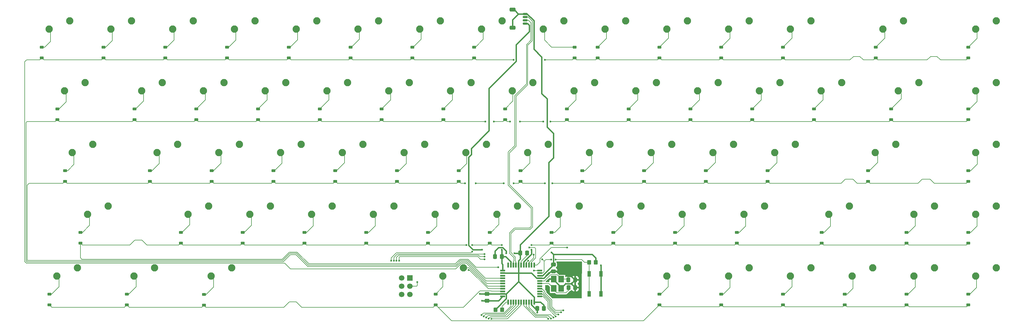
<source format=gbr>
%TF.GenerationSoftware,KiCad,Pcbnew,9.0.2*%
%TF.CreationDate,2025-06-27T15:03:20-07:00*%
%TF.ProjectId,PCBv1,50434276-312e-46b6-9963-61645f706362,rev?*%
%TF.SameCoordinates,Original*%
%TF.FileFunction,Copper,L2,Bot*%
%TF.FilePolarity,Positive*%
%FSLAX46Y46*%
G04 Gerber Fmt 4.6, Leading zero omitted, Abs format (unit mm)*
G04 Created by KiCad (PCBNEW 9.0.2) date 2025-06-27 15:03:20*
%MOMM*%
%LPD*%
G01*
G04 APERTURE LIST*
G04 Aperture macros list*
%AMRoundRect*
0 Rectangle with rounded corners*
0 $1 Rounding radius*
0 $2 $3 $4 $5 $6 $7 $8 $9 X,Y pos of 4 corners*
0 Add a 4 corners polygon primitive as box body*
4,1,4,$2,$3,$4,$5,$6,$7,$8,$9,$2,$3,0*
0 Add four circle primitives for the rounded corners*
1,1,$1+$1,$2,$3*
1,1,$1+$1,$4,$5*
1,1,$1+$1,$6,$7*
1,1,$1+$1,$8,$9*
0 Add four rect primitives between the rounded corners*
20,1,$1+$1,$2,$3,$4,$5,0*
20,1,$1+$1,$4,$5,$6,$7,0*
20,1,$1+$1,$6,$7,$8,$9,0*
20,1,$1+$1,$8,$9,$2,$3,0*%
G04 Aperture macros list end*
%TA.AperFunction,ComponentPad*%
%ADD10C,2.250000*%
%TD*%
%TA.AperFunction,SMDPad,CuDef*%
%ADD11RoundRect,0.225000X0.375000X-0.225000X0.375000X0.225000X-0.375000X0.225000X-0.375000X-0.225000X0*%
%TD*%
%TA.AperFunction,SMDPad,CuDef*%
%ADD12RoundRect,0.250000X0.350000X0.450000X-0.350000X0.450000X-0.350000X-0.450000X0.350000X-0.450000X0*%
%TD*%
%TA.AperFunction,SMDPad,CuDef*%
%ADD13RoundRect,0.250000X0.337500X0.475000X-0.337500X0.475000X-0.337500X-0.475000X0.337500X-0.475000X0*%
%TD*%
%TA.AperFunction,SMDPad,CuDef*%
%ADD14RoundRect,0.250000X-0.475000X0.337500X-0.475000X-0.337500X0.475000X-0.337500X0.475000X0.337500X0*%
%TD*%
%TA.AperFunction,SMDPad,CuDef*%
%ADD15RoundRect,0.150000X0.625000X-0.150000X0.625000X0.150000X-0.625000X0.150000X-0.625000X-0.150000X0*%
%TD*%
%TA.AperFunction,SMDPad,CuDef*%
%ADD16RoundRect,0.250000X0.650000X-0.350000X0.650000X0.350000X-0.650000X0.350000X-0.650000X-0.350000X0*%
%TD*%
%TA.AperFunction,SMDPad,CuDef*%
%ADD17R,1.100000X1.800000*%
%TD*%
%TA.AperFunction,ComponentPad*%
%ADD18C,1.700000*%
%TD*%
%TA.AperFunction,ComponentPad*%
%ADD19R,1.700000X1.700000*%
%TD*%
%TA.AperFunction,SMDPad,CuDef*%
%ADD20RoundRect,0.250000X-0.337500X-0.475000X0.337500X-0.475000X0.337500X0.475000X-0.337500X0.475000X0*%
%TD*%
%TA.AperFunction,SMDPad,CuDef*%
%ADD21RoundRect,0.250000X0.475000X-0.337500X0.475000X0.337500X-0.475000X0.337500X-0.475000X-0.337500X0*%
%TD*%
%TA.AperFunction,SMDPad,CuDef*%
%ADD22R,0.550000X1.500000*%
%TD*%
%TA.AperFunction,SMDPad,CuDef*%
%ADD23R,1.500000X0.550000*%
%TD*%
%TA.AperFunction,SMDPad,CuDef*%
%ADD24R,1.800000X2.100000*%
%TD*%
%TA.AperFunction,ViaPad*%
%ADD25C,0.600000*%
%TD*%
%TA.AperFunction,Conductor*%
%ADD26C,0.200000*%
%TD*%
%TA.AperFunction,Conductor*%
%ADD27C,0.381000*%
%TD*%
G04 APERTURE END LIST*
D10*
%TO.P,SW61,1,1*%
%TO.N,Net-(D61-A)*%
X100171250Y-146685000D03*
%TO.P,SW61,2,2*%
%TO.N,col1*%
X106521250Y-144145000D03*
%TD*%
%TO.P,SW24,1,1*%
%TO.N,Net-(D24-A)*%
X216852500Y-89535000D03*
%TO.P,SW24,2,2*%
%TO.N,col7*%
X223202500Y-86995000D03*
%TD*%
%TO.P,SW26,1,1*%
%TO.N,Net-(D26-A)*%
X254952500Y-89535000D03*
%TO.P,SW26,2,2*%
%TO.N,col9*%
X261302500Y-86995000D03*
%TD*%
%TO.P,SW27,1,1*%
%TO.N,Net-(D27-A)*%
X274002500Y-89535000D03*
%TO.P,SW27,2,2*%
%TO.N,col10*%
X280352500Y-86995000D03*
%TD*%
%TO.P,SW41,1,1*%
%TO.N,Net-(D41-A)*%
X259715000Y-108585000D03*
%TO.P,SW41,2,2*%
%TO.N,col9*%
X266065000Y-106045000D03*
%TD*%
%TO.P,SW67,1,1*%
%TO.N,Net-(D67-A)*%
X321627500Y-146685000D03*
%TO.P,SW67,2,2*%
%TO.N,col12*%
X327977500Y-144145000D03*
%TD*%
%TO.P,SW56,1,1*%
%TO.N,Net-(D56-A)*%
X288290000Y-127635000D03*
%TO.P,SW56,2,2*%
%TO.N,col10*%
X294640000Y-125095000D03*
%TD*%
%TO.P,SW52,1,1*%
%TO.N,Net-(D52-A)*%
X212090000Y-127635000D03*
%TO.P,SW52,2,2*%
%TO.N,col6*%
X218440000Y-125095000D03*
%TD*%
%TO.P,SW42,1,1*%
%TO.N,Net-(D42-A)*%
X278765000Y-108585000D03*
%TO.P,SW42,2,2*%
%TO.N,col10*%
X285115000Y-106045000D03*
%TD*%
%TO.P,SW3,1,1*%
%TO.N,Net-(D3-A)*%
X93027500Y-70485000D03*
%TO.P,SW3,2,2*%
%TO.N,col1*%
X99377500Y-67945000D03*
%TD*%
%TO.P,SW68,1,1*%
%TO.N,Net-(D68-A)*%
X340677500Y-146685000D03*
%TO.P,SW68,2,2*%
%TO.N,col13*%
X347027500Y-144145000D03*
%TD*%
%TO.P,SW59,1,1*%
%TO.N,Net-(D59-A)*%
X359727500Y-127635000D03*
%TO.P,SW59,2,2*%
%TO.N,col14*%
X366077500Y-125095000D03*
%TD*%
%TO.P,SW31,1,1*%
%TO.N,Net-(D31-A)*%
X359727500Y-89535000D03*
%TO.P,SW31,2,2*%
%TO.N,col14*%
X366077500Y-86995000D03*
%TD*%
%TO.P,SW34,1,1*%
%TO.N,Net-(D34-A)*%
X126365000Y-108585000D03*
%TO.P,SW34,2,2*%
%TO.N,col2*%
X132715000Y-106045000D03*
%TD*%
%TO.P,SW16,1,1*%
%TO.N,Net-(D16-A)*%
X359727500Y-70485000D03*
%TO.P,SW16,2,2*%
%TO.N,col14*%
X366077500Y-67945000D03*
%TD*%
%TO.P,SW66,1,1*%
%TO.N,Net-(D66-A)*%
X302577500Y-146685000D03*
%TO.P,SW66,2,2*%
%TO.N,col11*%
X308927500Y-144145000D03*
%TD*%
%TO.P,SW6,1,1*%
%TO.N,Net-(D6-A)*%
X150177500Y-70485000D03*
%TO.P,SW6,2,2*%
%TO.N,col4*%
X156527500Y-67945000D03*
%TD*%
%TO.P,SW18,1,1*%
%TO.N,Net-(D18-A)*%
X102552500Y-89535000D03*
%TO.P,SW18,2,2*%
%TO.N,col1*%
X108902500Y-86995000D03*
%TD*%
%TO.P,SW8,1,1*%
%TO.N,Net-(D8-A)*%
X188277500Y-70485000D03*
%TO.P,SW8,2,2*%
%TO.N,col6*%
X194627500Y-67945000D03*
%TD*%
%TO.P,SW22,1,1*%
%TO.N,Net-(D22-A)*%
X178752500Y-89535000D03*
%TO.P,SW22,2,2*%
%TO.N,col5*%
X185102500Y-86995000D03*
%TD*%
%TO.P,SW40,1,1*%
%TO.N,Net-(D40-A)*%
X240665000Y-108585000D03*
%TO.P,SW40,2,2*%
%TO.N,col8*%
X247015000Y-106045000D03*
%TD*%
%TO.P,SW53,1,1*%
%TO.N,Net-(D53-A)*%
X231140000Y-127635000D03*
%TO.P,SW53,2,2*%
%TO.N,col7*%
X237490000Y-125095000D03*
%TD*%
%TO.P,SW15,1,1*%
%TO.N,Net-(D15-A)*%
X331152500Y-70485000D03*
%TO.P,SW15,2,2*%
%TO.N,col13*%
X337502500Y-67945000D03*
%TD*%
%TO.P,SW9,1,1*%
%TO.N,Net-(D9-A)*%
X207327500Y-70485000D03*
%TO.P,SW9,2,2*%
%TO.N,col7*%
X213677500Y-67945000D03*
%TD*%
%TO.P,SW20,1,1*%
%TO.N,Net-(D20-A)*%
X140652500Y-89535000D03*
%TO.P,SW20,2,2*%
%TO.N,col3*%
X147002500Y-86995000D03*
%TD*%
%TO.P,SW48,1,1*%
%TO.N,Net-(D48-A)*%
X135890000Y-127635000D03*
%TO.P,SW48,2,2*%
%TO.N,col2*%
X142240000Y-125095000D03*
%TD*%
%TO.P,SW58,1,1*%
%TO.N,Net-(D58-A)*%
X340677500Y-127635000D03*
%TO.P,SW58,2,2*%
%TO.N,col13*%
X347027500Y-125095000D03*
%TD*%
%TO.P,SW60,1,1*%
%TO.N,Net-(D60-A)*%
X76358750Y-146685000D03*
%TO.P,SW60,2,2*%
%TO.N,col0*%
X82708750Y-144145000D03*
%TD*%
%TO.P,SW38,1,1*%
%TO.N,Net-(D38-A)*%
X202565000Y-108585000D03*
%TO.P,SW38,2,2*%
%TO.N,col6*%
X208915000Y-106045000D03*
%TD*%
%TO.P,SW54,1,1*%
%TO.N,Net-(D54-A)*%
X250190000Y-127635000D03*
%TO.P,SW54,2,2*%
%TO.N,col8*%
X256540000Y-125095000D03*
%TD*%
%TO.P,SW65,1,1*%
%TO.N,Net-(D65-A)*%
X283527500Y-146685000D03*
%TO.P,SW65,2,2*%
%TO.N,col10*%
X289877500Y-144145000D03*
%TD*%
%TO.P,SW11,1,1*%
%TO.N,Net-(D11-A)*%
X245427500Y-70485000D03*
%TO.P,SW11,2,2*%
%TO.N,col9*%
X251777500Y-67945000D03*
%TD*%
%TO.P,SW7,1,1*%
%TO.N,Net-(D7-A)*%
X169227500Y-70485000D03*
%TO.P,SW7,2,2*%
%TO.N,col5*%
X175577500Y-67945000D03*
%TD*%
%TO.P,SW12,1,1*%
%TO.N,Net-(D12-A)*%
X264477500Y-70485000D03*
%TO.P,SW12,2,2*%
%TO.N,col10*%
X270827500Y-67945000D03*
%TD*%
%TO.P,SW37,1,1*%
%TO.N,Net-(D37-A)*%
X183515000Y-108585000D03*
%TO.P,SW37,2,2*%
%TO.N,col5*%
X189865000Y-106045000D03*
%TD*%
%TO.P,SW13,1,1*%
%TO.N,Net-(D13-A)*%
X283527500Y-70485000D03*
%TO.P,SW13,2,2*%
%TO.N,col11*%
X289877500Y-67945000D03*
%TD*%
%TO.P,SW51,1,1*%
%TO.N,Net-(D51-A)*%
X193040000Y-127635000D03*
%TO.P,SW51,2,2*%
%TO.N,col5*%
X199390000Y-125095000D03*
%TD*%
%TO.P,SW47,1,1*%
%TO.N,Net-(D47-A)*%
X116840000Y-127635000D03*
%TO.P,SW47,2,2*%
%TO.N,col1*%
X123190000Y-125095000D03*
%TD*%
%TO.P,SW29,1,1*%
%TO.N,Net-(D29-A)*%
X312102500Y-89535000D03*
%TO.P,SW29,2,2*%
%TO.N,col12*%
X318452500Y-86995000D03*
%TD*%
%TO.P,SW21,1,1*%
%TO.N,Net-(D21-A)*%
X159702500Y-89535000D03*
%TO.P,SW21,2,2*%
%TO.N,col4*%
X166052500Y-86995000D03*
%TD*%
%TO.P,SW30,1,1*%
%TO.N,Net-(D30-A)*%
X335915000Y-89535000D03*
%TO.P,SW30,2,2*%
%TO.N,col13*%
X342265000Y-86995000D03*
%TD*%
%TO.P,SW33,1,1*%
%TO.N,Net-(D33-A)*%
X107315000Y-108585000D03*
%TO.P,SW33,2,2*%
%TO.N,col1*%
X113665000Y-106045000D03*
%TD*%
%TO.P,SW35,1,1*%
%TO.N,Net-(D35-A)*%
X145415000Y-108585000D03*
%TO.P,SW35,2,2*%
%TO.N,col3*%
X151765000Y-106045000D03*
%TD*%
%TO.P,SW44,1,1*%
%TO.N,Net-(D44-A)*%
X328771250Y-108585000D03*
%TO.P,SW44,2,2*%
%TO.N,col13*%
X335121250Y-106045000D03*
%TD*%
%TO.P,SW45,1,1*%
%TO.N,Net-(D45-A)*%
X359727500Y-108585000D03*
%TO.P,SW45,2,2*%
%TO.N,col14*%
X366077500Y-106045000D03*
%TD*%
%TO.P,SW14,1,1*%
%TO.N,Net-(D14-A)*%
X302577500Y-70485000D03*
%TO.P,SW14,2,2*%
%TO.N,col12*%
X308927500Y-67945000D03*
%TD*%
%TO.P,SW23,1,1*%
%TO.N,Net-(D23-A)*%
X197802500Y-89535000D03*
%TO.P,SW23,2,2*%
%TO.N,col6*%
X204152500Y-86995000D03*
%TD*%
%TO.P,SW32,1,1*%
%TO.N,Net-(D32-A)*%
X81121250Y-108585000D03*
%TO.P,SW32,2,2*%
%TO.N,col0*%
X87471250Y-106045000D03*
%TD*%
%TO.P,SW49,1,1*%
%TO.N,Net-(D49-A)*%
X154940000Y-127635000D03*
%TO.P,SW49,2,2*%
%TO.N,col3*%
X161290000Y-125095000D03*
%TD*%
%TO.P,SW1,1,1*%
%TO.N,Net-(D2-A)*%
X73977500Y-70485000D03*
%TO.P,SW1,2,2*%
%TO.N,col0*%
X80327500Y-67945000D03*
%TD*%
%TO.P,SW4,1,1*%
%TO.N,Net-(D4-A)*%
X112077500Y-70485000D03*
%TO.P,SW4,2,2*%
%TO.N,col2*%
X118427500Y-67945000D03*
%TD*%
%TO.P,SW63,1,1*%
%TO.N,Net-(D63-A)*%
X195421250Y-146685000D03*
%TO.P,SW63,2,2*%
%TO.N,col6*%
X201771250Y-144145000D03*
%TD*%
%TO.P,SW64,1,1*%
%TO.N,Net-(D64-A)*%
X264477500Y-146685000D03*
%TO.P,SW64,2,2*%
%TO.N,col9*%
X270827500Y-144145000D03*
%TD*%
%TO.P,SW43,1,1*%
%TO.N,Net-(D43-A)*%
X297815000Y-108585000D03*
%TO.P,SW43,2,2*%
%TO.N,col11*%
X304165000Y-106045000D03*
%TD*%
%TO.P,SW25,1,1*%
%TO.N,Net-(D25-A)*%
X235902500Y-89535000D03*
%TO.P,SW25,2,2*%
%TO.N,col8*%
X242252500Y-86995000D03*
%TD*%
%TO.P,SW55,1,1*%
%TO.N,Net-(D55-A)*%
X269240000Y-127635000D03*
%TO.P,SW55,2,2*%
%TO.N,col9*%
X275590000Y-125095000D03*
%TD*%
%TO.P,SW50,1,1*%
%TO.N,Net-(D50-A)*%
X173990000Y-127635000D03*
%TO.P,SW50,2,2*%
%TO.N,col4*%
X180340000Y-125095000D03*
%TD*%
%TO.P,SW28,1,1*%
%TO.N,Net-(D28-A)*%
X293052500Y-89535000D03*
%TO.P,SW28,2,2*%
%TO.N,col11*%
X299402500Y-86995000D03*
%TD*%
%TO.P,SW57,1,1*%
%TO.N,Net-(D57-A)*%
X314483750Y-127635000D03*
%TO.P,SW57,2,2*%
%TO.N,col12*%
X320833750Y-125095000D03*
%TD*%
%TO.P,SW69,1,1*%
%TO.N,Net-(D69-A)*%
X359727500Y-146685000D03*
%TO.P,SW69,2,2*%
%TO.N,col14*%
X366077500Y-144145000D03*
%TD*%
%TO.P,SW5,1,1*%
%TO.N,Net-(D5-A)*%
X131127500Y-70485000D03*
%TO.P,SW5,2,2*%
%TO.N,col3*%
X137477500Y-67945000D03*
%TD*%
%TO.P,SW39,1,1*%
%TO.N,Net-(D39-A)*%
X221615000Y-108585000D03*
%TO.P,SW39,2,2*%
%TO.N,col7*%
X227965000Y-106045000D03*
%TD*%
%TO.P,SW46,1,1*%
%TO.N,Net-(D46-A)*%
X85883750Y-127635000D03*
%TO.P,SW46,2,2*%
%TO.N,col0*%
X92233750Y-125095000D03*
%TD*%
%TO.P,SW62,1,1*%
%TO.N,Net-(D62-A)*%
X123983750Y-146685000D03*
%TO.P,SW62,2,2*%
%TO.N,col2*%
X130333750Y-144145000D03*
%TD*%
%TO.P,SW19,1,1*%
%TO.N,Net-(D19-A)*%
X121602500Y-89535000D03*
%TO.P,SW19,2,2*%
%TO.N,col2*%
X127952500Y-86995000D03*
%TD*%
%TO.P,SW10,1,1*%
%TO.N,Net-(D10-A)*%
X226377500Y-70485000D03*
%TO.P,SW10,2,2*%
%TO.N,col8*%
X232727500Y-67945000D03*
%TD*%
%TO.P,SW36,1,1*%
%TO.N,Net-(D36-A)*%
X164465000Y-108585000D03*
%TO.P,SW36,2,2*%
%TO.N,col4*%
X170815000Y-106045000D03*
%TD*%
%TO.P,SW17,1,1*%
%TO.N,Net-(D17-A)*%
X78740000Y-89535000D03*
%TO.P,SW17,2,2*%
%TO.N,col0*%
X85090000Y-86995000D03*
%TD*%
D11*
%TO.P,D52,1,K*%
%TO.N,row3*%
X209867500Y-136525000D03*
%TO.P,D52,2,A*%
%TO.N,Net-(D52-A)*%
X209867500Y-133225000D03*
%TD*%
%TO.P,D10,1,K*%
%TO.N,row0*%
X236061250Y-79375000D03*
%TO.P,D10,2,A*%
%TO.N,Net-(D10-A)*%
X236061250Y-76075000D03*
%TD*%
%TO.P,D41,1,K*%
%TO.N,row2*%
X257492500Y-117475000D03*
%TO.P,D41,2,A*%
%TO.N,Net-(D41-A)*%
X257492500Y-114175000D03*
%TD*%
%TO.P,D62,1,K*%
%TO.N,row4*%
X121761250Y-155700000D03*
%TO.P,D62,2,A*%
%TO.N,Net-(D62-A)*%
X121761250Y-152400000D03*
%TD*%
%TO.P,D67,1,K*%
%TO.N,row4*%
X319405000Y-155575000D03*
%TO.P,D67,2,A*%
%TO.N,Net-(D67-A)*%
X319405000Y-152275000D03*
%TD*%
%TO.P,D36,1,K*%
%TO.N,row2*%
X162242500Y-117475000D03*
%TO.P,D36,2,A*%
%TO.N,Net-(D36-A)*%
X162242500Y-114175000D03*
%TD*%
%TO.P,D49,1,K*%
%TO.N,row3*%
X152717500Y-136525000D03*
%TO.P,D49,2,A*%
%TO.N,Net-(D49-A)*%
X152717500Y-133225000D03*
%TD*%
%TO.P,D56,1,K*%
%TO.N,row3*%
X286067500Y-136525000D03*
%TO.P,D56,2,A*%
%TO.N,Net-(D56-A)*%
X286067500Y-133225000D03*
%TD*%
D12*
%TO.P,R5,1*%
%TO.N,+5V*%
X242554000Y-142494000D03*
%TO.P,R5,2*%
%TO.N,RESET*%
X240554000Y-142494000D03*
%TD*%
D11*
%TO.P,D47,1,K*%
%TO.N,row3*%
X114617500Y-136525000D03*
%TO.P,D47,2,A*%
%TO.N,Net-(D47-A)*%
X114617500Y-133225000D03*
%TD*%
D13*
%TO.P,C6,1*%
%TO.N,GND*%
X236263000Y-150241000D03*
%TO.P,C6,2*%
%TO.N,XTAL1*%
X234188000Y-150241000D03*
%TD*%
D11*
%TO.P,D28,1,K*%
%TO.N,row1*%
X290830000Y-98425000D03*
%TO.P,D28,2,A*%
%TO.N,Net-(D28-A)*%
X290830000Y-95125000D03*
%TD*%
%TO.P,D35,1,K*%
%TO.N,row2*%
X143192500Y-117475000D03*
%TO.P,D35,2,A*%
%TO.N,Net-(D35-A)*%
X143192500Y-114175000D03*
%TD*%
D14*
%TO.P,C2,1*%
%TO.N,+5V*%
X229532000Y-143183700D03*
%TO.P,C2,2*%
%TO.N,GND*%
X229532000Y-145258700D03*
%TD*%
D11*
%TO.P,D6,1,K*%
%TO.N,row0*%
X147955000Y-79375000D03*
%TO.P,D6,2,A*%
%TO.N,Net-(D6-A)*%
X147955000Y-76075000D03*
%TD*%
%TO.P,D57,1,K*%
%TO.N,row3*%
X312261250Y-136525000D03*
%TO.P,D57,2,A*%
%TO.N,Net-(D57-A)*%
X312261250Y-133225000D03*
%TD*%
D15*
%TO.P,J2,1,Pin_1*%
%TO.N,+5V*%
X220821000Y-68810000D03*
%TO.P,J2,2,Pin_2*%
%TO.N,D-*%
X220821000Y-67810000D03*
%TO.P,J2,3,Pin_3*%
%TO.N,D+*%
X220821000Y-66810000D03*
%TO.P,J2,4,Pin_4*%
%TO.N,GND*%
X220821000Y-65810000D03*
D16*
%TO.P,J2,MP,MountPin*%
X216946000Y-70110000D03*
X216946000Y-64510000D03*
%TD*%
D11*
%TO.P,D22,1,K*%
%TO.N,row1*%
X176530000Y-98425000D03*
%TO.P,D22,2,A*%
%TO.N,Net-(D22-A)*%
X176530000Y-95125000D03*
%TD*%
%TO.P,D44,1,K*%
%TO.N,row2*%
X326548750Y-117475000D03*
%TO.P,D44,2,A*%
%TO.N,Net-(D44-A)*%
X326548750Y-114175000D03*
%TD*%
%TO.P,D43,1,K*%
%TO.N,row2*%
X295592500Y-117475000D03*
%TO.P,D43,2,A*%
%TO.N,Net-(D43-A)*%
X295592500Y-114175000D03*
%TD*%
%TO.P,D3,1,K*%
%TO.N,row0*%
X90805000Y-79375000D03*
%TO.P,D3,2,A*%
%TO.N,Net-(D3-A)*%
X90805000Y-76075000D03*
%TD*%
%TO.P,D16,1,K*%
%TO.N,row0*%
X357505000Y-79375000D03*
%TO.P,D16,2,A*%
%TO.N,Net-(D16-A)*%
X357505000Y-76075000D03*
%TD*%
%TO.P,D29,1,K*%
%TO.N,row1*%
X309880000Y-98425000D03*
%TO.P,D29,2,A*%
%TO.N,Net-(D29-A)*%
X309880000Y-95125000D03*
%TD*%
%TO.P,D33,1,K*%
%TO.N,row2*%
X105092500Y-117475000D03*
%TO.P,D33,2,A*%
%TO.N,Net-(D33-A)*%
X105092500Y-114175000D03*
%TD*%
%TO.P,D45,1,K*%
%TO.N,row2*%
X357505000Y-117475000D03*
%TO.P,D45,2,A*%
%TO.N,Net-(D45-A)*%
X357505000Y-114175000D03*
%TD*%
%TO.P,D31,1,K*%
%TO.N,row1*%
X357505000Y-98425000D03*
%TO.P,D31,2,A*%
%TO.N,Net-(D31-A)*%
X357505000Y-95125000D03*
%TD*%
%TO.P,D68,1,K*%
%TO.N,row4*%
X338455000Y-155575000D03*
%TO.P,D68,2,A*%
%TO.N,Net-(D68-A)*%
X338455000Y-152275000D03*
%TD*%
%TO.P,D30,1,K*%
%TO.N,row1*%
X333692500Y-98425000D03*
%TO.P,D30,2,A*%
%TO.N,Net-(D30-A)*%
X333692500Y-95125000D03*
%TD*%
%TO.P,D46,1,K*%
%TO.N,row3*%
X83661250Y-136525000D03*
%TO.P,D46,2,A*%
%TO.N,Net-(D46-A)*%
X83661250Y-133225000D03*
%TD*%
%TO.P,D5,1,K*%
%TO.N,row0*%
X128905000Y-79375000D03*
%TO.P,D5,2,A*%
%TO.N,Net-(D5-A)*%
X128905000Y-76075000D03*
%TD*%
%TO.P,D38,1,K*%
%TO.N,row2*%
X200342500Y-117475000D03*
%TO.P,D38,2,A*%
%TO.N,Net-(D38-A)*%
X200342500Y-114175000D03*
%TD*%
%TO.P,D34,1,K*%
%TO.N,row2*%
X124142500Y-117475000D03*
%TO.P,D34,2,A*%
%TO.N,Net-(D34-A)*%
X124142500Y-114175000D03*
%TD*%
D13*
%TO.P,C7,1*%
%TO.N,GND*%
X236237600Y-147904200D03*
%TO.P,C7,2*%
%TO.N,XTAL2*%
X234162600Y-147904200D03*
%TD*%
D11*
%TO.P,D42,1,K*%
%TO.N,row2*%
X276542500Y-117475000D03*
%TO.P,D42,2,A*%
%TO.N,Net-(D42-A)*%
X276542500Y-114175000D03*
%TD*%
%TO.P,D69,1,K*%
%TO.N,row4*%
X357505000Y-155637500D03*
%TO.P,D69,2,A*%
%TO.N,Net-(D69-A)*%
X357505000Y-152337500D03*
%TD*%
D17*
%TO.P,SW2,1*%
%TO.N,RESET*%
X240521000Y-145998000D03*
X240521000Y-152198000D03*
%TO.P,SW2,2*%
%TO.N,GND*%
X244221000Y-145998000D03*
X244221000Y-152198000D03*
%TD*%
D11*
%TO.P,D55,1,K*%
%TO.N,row3*%
X267017500Y-136525000D03*
%TO.P,D55,2,A*%
%TO.N,Net-(D55-A)*%
X267017500Y-133225000D03*
%TD*%
%TO.P,D24,1,K*%
%TO.N,row1*%
X214630000Y-98425000D03*
%TO.P,D24,2,A*%
%TO.N,Net-(D24-A)*%
X214630000Y-95125000D03*
%TD*%
%TO.P,D23,1,K*%
%TO.N,row1*%
X195580000Y-98425000D03*
%TO.P,D23,2,A*%
%TO.N,Net-(D23-A)*%
X195580000Y-95125000D03*
%TD*%
%TO.P,D63,1,K*%
%TO.N,row4*%
X193198750Y-155575000D03*
%TO.P,D63,2,A*%
%TO.N,Net-(D63-A)*%
X193198750Y-152275000D03*
%TD*%
D18*
%TO.P,J1,1,MISO*%
%TO.N,MISO*%
X182747225Y-152364145D03*
%TO.P,J1,2,VCC*%
%TO.N,+5V*%
X185287225Y-152364145D03*
%TO.P,J1,3,SCK*%
%TO.N,SCK*%
X182747225Y-149824145D03*
%TO.P,J1,4,MOSI*%
%TO.N,MOSI*%
X185287225Y-149824145D03*
%TO.P,J1,5,~{RST}*%
%TO.N,RESET*%
X182747225Y-147284145D03*
D19*
%TO.P,J1,6,GND*%
%TO.N,GND*%
X185287225Y-147284145D03*
%TD*%
D11*
%TO.P,D64,1,K*%
%TO.N,row4*%
X262255000Y-155575000D03*
%TO.P,D64,2,A*%
%TO.N,Net-(D64-A)*%
X262255000Y-152275000D03*
%TD*%
%TO.P,D40,1,K*%
%TO.N,row2*%
X238442500Y-117475000D03*
%TO.P,D40,2,A*%
%TO.N,Net-(D40-A)*%
X238442500Y-114175000D03*
%TD*%
%TO.P,D13,1,K*%
%TO.N,row0*%
X281305000Y-79375000D03*
%TO.P,D13,2,A*%
%TO.N,Net-(D13-A)*%
X281305000Y-76075000D03*
%TD*%
%TO.P,D58,1,K*%
%TO.N,row3*%
X338455000Y-136525000D03*
%TO.P,D58,2,A*%
%TO.N,Net-(D58-A)*%
X338455000Y-133225000D03*
%TD*%
%TO.P,D60,1,K*%
%TO.N,row4*%
X74136250Y-155575000D03*
%TO.P,D60,2,A*%
%TO.N,Net-(D60-A)*%
X74136250Y-152275000D03*
%TD*%
%TO.P,D61,1,K*%
%TO.N,row4*%
X97948750Y-155575000D03*
%TO.P,D61,2,A*%
%TO.N,Net-(D61-A)*%
X97948750Y-152275000D03*
%TD*%
%TO.P,D18,1,K*%
%TO.N,row1*%
X100330000Y-98425000D03*
%TO.P,D18,2,A*%
%TO.N,Net-(D18-A)*%
X100330000Y-95125000D03*
%TD*%
D13*
%TO.P,C5,1*%
%TO.N,+5V*%
X213592500Y-140712500D03*
%TO.P,C5,2*%
%TO.N,GND*%
X211517500Y-140712500D03*
%TD*%
D20*
%TO.P,C4,1*%
%TO.N,+5V*%
X224514500Y-156718000D03*
%TO.P,C4,2*%
%TO.N,GND*%
X226589500Y-156718000D03*
%TD*%
D11*
%TO.P,D39,1,K*%
%TO.N,row2*%
X219392500Y-117475000D03*
%TO.P,D39,2,A*%
%TO.N,Net-(D39-A)*%
X219392500Y-114175000D03*
%TD*%
%TO.P,D11,1,K*%
%TO.N,row0*%
X243205000Y-79375000D03*
%TO.P,D11,2,A*%
%TO.N,Net-(D11-A)*%
X243205000Y-76075000D03*
%TD*%
D21*
%TO.P,C3,1*%
%TO.N,+5V*%
X209092500Y-154287500D03*
%TO.P,C3,2*%
%TO.N,GND*%
X209092500Y-152212500D03*
%TD*%
D11*
%TO.P,D54,1,K*%
%TO.N,row3*%
X247967500Y-136525000D03*
%TO.P,D54,2,A*%
%TO.N,Net-(D54-A)*%
X247967500Y-133225000D03*
%TD*%
%TO.P,D14,1,K*%
%TO.N,row0*%
X300355000Y-79375000D03*
%TO.P,D14,2,A*%
%TO.N,Net-(D14-A)*%
X300355000Y-76075000D03*
%TD*%
%TO.P,D51,1,K*%
%TO.N,row3*%
X190817500Y-136525000D03*
%TO.P,D51,2,A*%
%TO.N,Net-(D51-A)*%
X190817500Y-133225000D03*
%TD*%
%TO.P,D48,1,K*%
%TO.N,row3*%
X133667500Y-136525000D03*
%TO.P,D48,2,A*%
%TO.N,Net-(D48-A)*%
X133667500Y-133225000D03*
%TD*%
%TO.P,D66,1,K*%
%TO.N,row4*%
X300355000Y-155575000D03*
%TO.P,D66,2,A*%
%TO.N,Net-(D66-A)*%
X300355000Y-152275000D03*
%TD*%
%TO.P,D19,1,K*%
%TO.N,row1*%
X119380000Y-98425000D03*
%TO.P,D19,2,A*%
%TO.N,Net-(D19-A)*%
X119380000Y-95125000D03*
%TD*%
%TO.P,D20,1,K*%
%TO.N,row1*%
X138430000Y-98425000D03*
%TO.P,D20,2,A*%
%TO.N,Net-(D20-A)*%
X138430000Y-95125000D03*
%TD*%
%TO.P,D65,1,K*%
%TO.N,row4*%
X281305000Y-155575000D03*
%TO.P,D65,2,A*%
%TO.N,Net-(D65-A)*%
X281305000Y-152275000D03*
%TD*%
%TO.P,D32,1,K*%
%TO.N,row2*%
X78898750Y-117475000D03*
%TO.P,D32,2,A*%
%TO.N,Net-(D32-A)*%
X78898750Y-114175000D03*
%TD*%
%TO.P,D7,1,K*%
%TO.N,row0*%
X167005000Y-79375000D03*
%TO.P,D7,2,A*%
%TO.N,Net-(D7-A)*%
X167005000Y-76075000D03*
%TD*%
%TO.P,D15,1,K*%
%TO.N,row0*%
X328930000Y-79375000D03*
%TO.P,D15,2,A*%
%TO.N,Net-(D15-A)*%
X328930000Y-76075000D03*
%TD*%
D22*
%TO.P,U1,1,PE6*%
%TO.N,unconnected-(U1-PE6-Pad1)*%
X215586250Y-143312500D03*
%TO.P,U1,2,UVCC*%
%TO.N,+5V*%
X216386250Y-143312500D03*
%TO.P,U1,3,D-*%
%TO.N,D-*%
X217186250Y-143312500D03*
%TO.P,U1,4,D+*%
%TO.N,D+*%
X217986250Y-143312500D03*
%TO.P,U1,5,UGND*%
%TO.N,GND*%
X218786250Y-143312500D03*
%TO.P,U1,6,UCAP*%
%TO.N,Net-(U1-UCAP)*%
X219586250Y-143312500D03*
%TO.P,U1,7,VBUS*%
%TO.N,+5V*%
X220386250Y-143312500D03*
%TO.P,U1,8,PB0*%
%TO.N,MOSI*%
X221186250Y-143312500D03*
%TO.P,U1,9,PB1*%
%TO.N,SCK*%
X221986250Y-143312500D03*
%TO.P,U1,10,PB2*%
%TO.N,MISO*%
X222786250Y-143312500D03*
%TO.P,U1,11,PB3*%
%TO.N,col7*%
X223586250Y-143312500D03*
D23*
%TO.P,U1,12,PB7*%
%TO.N,row3*%
X225286250Y-145012500D03*
%TO.P,U1,13,~{RESET}*%
%TO.N,RESET*%
X225286250Y-145812500D03*
%TO.P,U1,14,VCC*%
%TO.N,+5V*%
X225286250Y-146612500D03*
%TO.P,U1,15,GND*%
%TO.N,GND*%
X225286250Y-147412500D03*
%TO.P,U1,16,XTAL2*%
%TO.N,XTAL2*%
X225286250Y-148212500D03*
%TO.P,U1,17,XTAL1*%
%TO.N,XTAL1*%
X225286250Y-149012500D03*
%TO.P,U1,18,PD0*%
%TO.N,unconnected-(U1-PD0-Pad18)*%
X225286250Y-149812500D03*
%TO.P,U1,19,PD1*%
%TO.N,col8*%
X225286250Y-150612500D03*
%TO.P,U1,20,PD2*%
%TO.N,col9*%
X225286250Y-151412500D03*
%TO.P,U1,21,PD3*%
%TO.N,col10*%
X225286250Y-152212500D03*
%TO.P,U1,22,PD5*%
%TO.N,col11*%
X225286250Y-153012500D03*
D22*
%TO.P,U1,23,GND*%
%TO.N,GND*%
X223586250Y-154712500D03*
%TO.P,U1,24,AVCC*%
%TO.N,+5V*%
X222786250Y-154712500D03*
%TO.P,U1,25,PD4*%
%TO.N,col12*%
X221986250Y-154712500D03*
%TO.P,U1,26,PD6*%
%TO.N,col13*%
X221186250Y-154712500D03*
%TO.P,U1,27,PD7*%
%TO.N,col14*%
X220386250Y-154712500D03*
%TO.P,U1,28,PB4*%
%TO.N,col0*%
X219586250Y-154712500D03*
%TO.P,U1,29,PB5*%
%TO.N,col1*%
X218786250Y-154712500D03*
%TO.P,U1,30,PB6*%
%TO.N,col2*%
X217986250Y-154712500D03*
%TO.P,U1,31,PC6*%
%TO.N,col3*%
X217186250Y-154712500D03*
%TO.P,U1,32,PC7*%
%TO.N,col4*%
X216386250Y-154712500D03*
%TO.P,U1,33,~{HWB}/PE2*%
%TO.N,Net-(U1-~{HWB}{slash}PE2)*%
X215586250Y-154712500D03*
D23*
%TO.P,U1,34,VCC*%
%TO.N,+5V*%
X213886250Y-153012500D03*
%TO.P,U1,35,GND*%
%TO.N,GND*%
X213886250Y-152212500D03*
%TO.P,U1,36,PF7*%
%TO.N,row4*%
X213886250Y-151412500D03*
%TO.P,U1,37,PF6*%
%TO.N,col5*%
X213886250Y-150612500D03*
%TO.P,U1,38,PF5*%
%TO.N,col6*%
X213886250Y-149812500D03*
%TO.P,U1,39,PF4*%
%TO.N,row0*%
X213886250Y-149012500D03*
%TO.P,U1,40,PF1*%
%TO.N,row1*%
X213886250Y-148212500D03*
%TO.P,U1,41,PF0*%
%TO.N,row2*%
X213886250Y-147412500D03*
%TO.P,U1,42,AREF*%
%TO.N,unconnected-(U1-AREF-Pad42)*%
X213886250Y-146612500D03*
%TO.P,U1,43,GND*%
%TO.N,GND*%
X213886250Y-145812500D03*
%TO.P,U1,44,AVCC*%
%TO.N,+5V*%
X213886250Y-145012500D03*
%TD*%
D11*
%TO.P,D12,1,K*%
%TO.N,row0*%
X262255000Y-79375000D03*
%TO.P,D12,2,A*%
%TO.N,Net-(D12-A)*%
X262255000Y-76075000D03*
%TD*%
%TO.P,D8,1,K*%
%TO.N,row0*%
X186055000Y-79375000D03*
%TO.P,D8,2,A*%
%TO.N,Net-(D8-A)*%
X186055000Y-76075000D03*
%TD*%
%TO.P,D17,1,K*%
%TO.N,row1*%
X76517500Y-98425000D03*
%TO.P,D17,2,A*%
%TO.N,Net-(D17-A)*%
X76517500Y-95125000D03*
%TD*%
%TO.P,D27,1,K*%
%TO.N,row1*%
X271780000Y-98425000D03*
%TO.P,D27,2,A*%
%TO.N,Net-(D27-A)*%
X271780000Y-95125000D03*
%TD*%
%TO.P,D37,1,K*%
%TO.N,row2*%
X181292500Y-117475000D03*
%TO.P,D37,2,A*%
%TO.N,Net-(D37-A)*%
X181292500Y-114175000D03*
%TD*%
%TO.P,D26,1,K*%
%TO.N,row1*%
X252730000Y-98425000D03*
%TO.P,D26,2,A*%
%TO.N,Net-(D26-A)*%
X252730000Y-95125000D03*
%TD*%
%TO.P,D59,1,K*%
%TO.N,row3*%
X357505000Y-136525000D03*
%TO.P,D59,2,A*%
%TO.N,Net-(D59-A)*%
X357505000Y-133225000D03*
%TD*%
D12*
%TO.P,R1,1*%
%TO.N,Net-(U1-~{HWB}{slash}PE2)*%
X213709000Y-157099000D03*
%TO.P,R1,2*%
%TO.N,GND*%
X211709000Y-157099000D03*
%TD*%
D11*
%TO.P,D2,1,K*%
%TO.N,row0*%
X71755000Y-79375000D03*
%TO.P,D2,2,A*%
%TO.N,Net-(D2-A)*%
X71755000Y-76075000D03*
%TD*%
%TO.P,D9,1,K*%
%TO.N,row0*%
X205105000Y-79375000D03*
%TO.P,D9,2,A*%
%TO.N,Net-(D9-A)*%
X205105000Y-76075000D03*
%TD*%
%TO.P,D21,1,K*%
%TO.N,row1*%
X157480000Y-98425000D03*
%TO.P,D21,2,A*%
%TO.N,Net-(D21-A)*%
X157480000Y-95125000D03*
%TD*%
%TO.P,D53,1,K*%
%TO.N,row3*%
X228917500Y-136525000D03*
%TO.P,D53,2,A*%
%TO.N,Net-(D53-A)*%
X228917500Y-133225000D03*
%TD*%
D13*
%TO.P,C1,1*%
%TO.N,Net-(U1-UCAP)*%
X221382500Y-139573000D03*
%TO.P,C1,2*%
%TO.N,GND*%
X219307500Y-139573000D03*
%TD*%
D11*
%TO.P,D25,1,K*%
%TO.N,row1*%
X233680000Y-98425000D03*
%TO.P,D25,2,A*%
%TO.N,Net-(D25-A)*%
X233680000Y-95125000D03*
%TD*%
%TO.P,D50,1,K*%
%TO.N,row3*%
X171767500Y-136525000D03*
%TO.P,D50,2,A*%
%TO.N,Net-(D50-A)*%
X171767500Y-133225000D03*
%TD*%
D24*
%TO.P,Y1,1,1*%
%TO.N,XTAL1*%
X229659000Y-150550200D03*
%TO.P,Y1,2,2*%
%TO.N,GND*%
X229659000Y-147650200D03*
%TO.P,Y1,3,3*%
%TO.N,XTAL2*%
X231959000Y-147650200D03*
%TO.P,Y1,4,4*%
%TO.N,GND*%
X231959000Y-150550200D03*
%TD*%
D11*
%TO.P,D4,1,K*%
%TO.N,row0*%
X109855000Y-79375000D03*
%TO.P,D4,2,A*%
%TO.N,Net-(D4-A)*%
X109855000Y-76075000D03*
%TD*%
D25*
%TO.N,row3*%
X223500000Y-145000000D03*
X212500000Y-144000000D03*
%TO.N,GND*%
X234739000Y-145745200D03*
X215011000Y-139700000D03*
X244221000Y-143383000D03*
X237617000Y-150241000D03*
X206827500Y-152212500D03*
X237617000Y-147904200D03*
X217505714Y-139681786D03*
X227965000Y-148082000D03*
%TO.N,+5V*%
X222758000Y-138557000D03*
X207518000Y-138557000D03*
X213614000Y-138557000D03*
X224514500Y-157988000D03*
X228981000Y-139446000D03*
X207518000Y-154305000D03*
%TO.N,row0*%
X217285485Y-79998485D03*
X226949000Y-80010000D03*
%TO.N,row1*%
X208534000Y-99060000D03*
X219202000Y-99060000D03*
X211201000Y-99060000D03*
X226441000Y-99060000D03*
X216154000Y-99060000D03*
X228600000Y-99060000D03*
%TO.N,row2*%
X214249000Y-118110000D03*
X205613000Y-118110000D03*
X217297000Y-118110000D03*
X226949000Y-118110000D03*
X229235000Y-118110000D03*
X202311000Y-118110000D03*
%TO.N,row3*%
X202693000Y-137160000D03*
X204470000Y-137160000D03*
X213614000Y-137160000D03*
X222758000Y-137160000D03*
%TO.N,SCK*%
X208275480Y-139926882D03*
X180340000Y-141986000D03*
X223435091Y-140089418D03*
%TO.N,MISO*%
X179539997Y-141986000D03*
X222123000Y-137866500D03*
X204460225Y-139195133D03*
%TO.N,RESET*%
X230251000Y-141605000D03*
X181140003Y-141986000D03*
X208280062Y-140726872D03*
X226115500Y-141533500D03*
X228841500Y-141605000D03*
%TO.N,MOSI*%
X208279963Y-141526874D03*
X187579000Y-148590000D03*
X221742000Y-141986000D03*
X181940006Y-141986000D03*
%TO.N,col0*%
X210439000Y-159930250D03*
%TO.N,col1*%
X209532609Y-159823862D03*
%TO.N,col2*%
X208788000Y-159529250D03*
%TO.N,col3*%
X208007873Y-159128250D03*
%TO.N,col4*%
X207332453Y-158699516D03*
%TO.N,col5*%
X203393235Y-144805765D03*
%TO.N,col7*%
X233807000Y-137922000D03*
%TO.N,col8*%
X232627630Y-157301775D03*
%TO.N,col9*%
X231902000Y-157901775D03*
%TO.N,col10*%
X231036114Y-158528250D03*
%TO.N,col11*%
X230251000Y-159128250D03*
%TO.N,col12*%
X229554019Y-159529250D03*
%TO.N,col13*%
X228756536Y-159814169D03*
%TO.N,col14*%
X227965000Y-159930250D03*
%TD*%
D26*
%TO.N,row3*%
X83661250Y-141065250D02*
X83661250Y-136525000D01*
X84112000Y-141516000D02*
X83661250Y-141065250D01*
X145885000Y-141516000D02*
X84112000Y-141516000D01*
X148082000Y-139319000D02*
X145885000Y-141516000D01*
X154088000Y-142912000D02*
X150495000Y-139319000D01*
X200682281Y-141516000D02*
X199286281Y-142912000D01*
X150495000Y-139319000D02*
X148082000Y-139319000D01*
X205705813Y-144000000D02*
X203221813Y-141516000D01*
X199286281Y-142912000D02*
X154088000Y-142912000D01*
X212500000Y-144000000D02*
X205705813Y-144000000D01*
X203221813Y-141516000D02*
X200682281Y-141516000D01*
X225273750Y-145000000D02*
X225286250Y-145012500D01*
X223500000Y-145000000D02*
X225273750Y-145000000D01*
D27*
%TO.N,GND*%
X229364250Y-145090950D02*
X229532000Y-145258700D01*
X215027750Y-152223000D02*
X215017250Y-152212500D01*
X228389000Y-147650200D02*
X227881000Y-148158200D01*
X223586250Y-153243500D02*
X223586250Y-154712500D01*
X225578500Y-154712500D02*
X223586250Y-154712500D01*
X229659000Y-147650200D02*
X228389000Y-147650200D01*
X218821000Y-141986000D02*
X218821000Y-143277750D01*
X231326600Y-146126200D02*
X233215000Y-146126200D01*
X226602500Y-147412500D02*
X228756300Y-145258700D01*
X231959000Y-150404800D02*
X233291200Y-149072600D01*
X222805250Y-145812500D02*
X224405250Y-147412500D01*
X221445086Y-65810000D02*
X223523500Y-67888414D01*
X235036000Y-149072600D02*
X235036000Y-149083350D01*
X227584000Y-100711000D02*
X229574094Y-102701094D01*
X215027750Y-153679000D02*
X215027750Y-152223000D01*
X218786250Y-143312500D02*
X218786250Y-148443500D01*
X234739000Y-146761200D02*
X235094600Y-146761200D01*
X235094600Y-146761200D02*
X236237600Y-147904200D01*
X233850000Y-146761200D02*
X234739000Y-146761200D01*
X213886250Y-145812500D02*
X222805250Y-145812500D01*
X231959000Y-150204200D02*
X231959000Y-150550200D01*
X229574094Y-102701094D02*
X229574094Y-110194094D01*
X219329000Y-141478000D02*
X218821000Y-141986000D01*
X224405250Y-147412500D02*
X225286250Y-147412500D01*
X226589500Y-155723500D02*
X225578500Y-154712500D01*
X218796214Y-139681786D02*
X218905000Y-139573000D01*
X230459100Y-145258700D02*
X231326600Y-146126200D01*
X219307500Y-137054500D02*
X219307500Y-139573000D01*
X219307500Y-139573000D02*
X219329000Y-139594500D01*
X231959000Y-150550200D02*
X231959000Y-150404800D01*
X244221000Y-145998000D02*
X244221000Y-152198000D01*
X235036000Y-149083350D02*
X236244450Y-150291800D01*
X233291200Y-149072600D02*
X235036000Y-149072600D01*
X220821000Y-65810000D02*
X218754000Y-65810000D01*
X228092000Y-111676188D02*
X228092000Y-128270000D01*
X216946000Y-67618000D02*
X216946000Y-70110000D01*
X219329000Y-139594500D02*
X219329000Y-141478000D01*
X236237600Y-147904200D02*
X237617000Y-147904200D01*
X225933000Y-79121000D02*
X225933000Y-90403688D01*
X228092000Y-128270000D02*
X219307500Y-137054500D01*
X220821000Y-65810000D02*
X221445086Y-65810000D01*
X217454000Y-64510000D02*
X216946000Y-64510000D01*
X212654500Y-137865500D02*
X211517500Y-139002500D01*
X229532000Y-145258700D02*
X230459100Y-145258700D01*
X223520000Y-76708000D02*
X225933000Y-79121000D01*
X218821000Y-143277750D02*
X218786250Y-143312500D01*
X229659000Y-147904200D02*
X231959000Y-150204200D01*
X213900429Y-137865500D02*
X212654500Y-137865500D01*
X236244450Y-150291800D02*
X236255200Y-150291800D01*
X218754000Y-65810000D02*
X217454000Y-64510000D01*
X227584000Y-92054688D02*
X227584000Y-100711000D01*
X218905000Y-139573000D02*
X219307500Y-139573000D01*
X234739000Y-146761200D02*
X234739000Y-145745200D01*
X217505714Y-139681786D02*
X218796214Y-139681786D01*
X225286250Y-147412500D02*
X226602500Y-147412500D01*
X218754000Y-65810000D02*
X216946000Y-67618000D01*
X229574094Y-110194094D02*
X228092000Y-111676188D01*
X235036000Y-149072600D02*
X236255200Y-147853400D01*
X209092500Y-152212500D02*
X213886250Y-152212500D01*
X229659000Y-147650200D02*
X229659000Y-147904200D01*
X215011000Y-138976071D02*
X213900429Y-137865500D01*
X237617000Y-150241000D02*
X236263000Y-150241000D01*
X226589500Y-156718000D02*
X226589500Y-155723500D01*
X223523500Y-67888414D02*
X223523500Y-76704500D01*
X206827500Y-152212500D02*
X209092500Y-152212500D01*
X211709000Y-157099000D02*
X211709000Y-156997750D01*
X225933000Y-90403688D02*
X227584000Y-92054688D01*
X218786250Y-148443500D02*
X215017250Y-152212500D01*
X215011000Y-139700000D02*
X215011000Y-138976071D01*
X223523500Y-76704500D02*
X223520000Y-76708000D01*
X211517500Y-139002500D02*
X211517500Y-140712500D01*
X228756300Y-145258700D02*
X229532000Y-145258700D01*
X218786250Y-148443500D02*
X223586250Y-153243500D01*
X211709000Y-156997750D02*
X215027750Y-153679000D01*
X215017250Y-152212500D02*
X213886250Y-152212500D01*
X244221000Y-143383000D02*
X244221000Y-145998000D01*
X233215000Y-146126200D02*
X233850000Y-146761200D01*
D26*
%TO.N,Net-(U1-UCAP)*%
X221361000Y-140462000D02*
X219586250Y-142236750D01*
X221382500Y-139573000D02*
X221361000Y-139594500D01*
X219586250Y-142236750D02*
X219586250Y-143312500D01*
X221361000Y-139594500D02*
X221361000Y-140462000D01*
D27*
%TO.N,+5V*%
X213592500Y-140712500D02*
X213886250Y-141006250D01*
X228981000Y-139446000D02*
X229532000Y-139997000D01*
X241470000Y-139997000D02*
X242554000Y-141081000D01*
X225286250Y-146612500D02*
X226167250Y-146612500D01*
X218059000Y-80391000D02*
X209677000Y-88773000D01*
X203383500Y-137216500D02*
X204724000Y-138557000D01*
X221591000Y-68810000D02*
X222123000Y-69342000D01*
X207518000Y-154305000D02*
X209075000Y-154305000D01*
X209677000Y-88773000D02*
X209677000Y-101854000D01*
X209075000Y-154305000D02*
X209092500Y-154287500D01*
X222786250Y-155593500D02*
X222786250Y-154712500D01*
X203383500Y-110052500D02*
X203383500Y-137216500D01*
X218059000Y-75311000D02*
X218059000Y-80391000D01*
X229532000Y-143247750D02*
X229532000Y-143183700D01*
X222123000Y-71247000D02*
X218059000Y-75311000D01*
X224514500Y-156718000D02*
X223910750Y-156718000D01*
X229532000Y-139997000D02*
X241470000Y-139997000D01*
X226167250Y-146612500D02*
X229532000Y-143247750D01*
X209677000Y-101854000D02*
X204216000Y-107315000D01*
X212611250Y-154287500D02*
X213886250Y-153012500D01*
X204216000Y-109220000D02*
X203383500Y-110052500D01*
X220821000Y-68810000D02*
X221591000Y-68810000D01*
X213614000Y-140691000D02*
X213592500Y-140712500D01*
X204724000Y-138557000D02*
X207518000Y-138557000D01*
X222123000Y-69342000D02*
X222123000Y-71247000D01*
X213592500Y-140712500D02*
X214790250Y-140712500D01*
X204216000Y-107315000D02*
X204216000Y-109220000D01*
X213886250Y-143147250D02*
X213886250Y-145012500D01*
X220386250Y-142325750D02*
X220386250Y-143312500D01*
X213614000Y-138557000D02*
X213614000Y-140691000D01*
X222758000Y-138557000D02*
X222758000Y-139954000D01*
X209092500Y-154287500D02*
X212611250Y-154287500D01*
X223910750Y-156718000D02*
X222786250Y-155593500D01*
X242554000Y-141081000D02*
X242554000Y-142494000D01*
X214790250Y-140712500D02*
X216386250Y-142308500D01*
X222758000Y-139954000D02*
X220386250Y-142325750D01*
X229532000Y-139997000D02*
X229532000Y-143183700D01*
X213592500Y-142853500D02*
X213886250Y-143147250D01*
X224514500Y-157988000D02*
X224514500Y-156718000D01*
X216386250Y-142308500D02*
X216386250Y-143312500D01*
X213592500Y-140712500D02*
X213592500Y-142853500D01*
D26*
%TO.N,XTAL1*%
X230582600Y-151901200D02*
X233383600Y-151901200D01*
X229659000Y-150550200D02*
X229659000Y-150977600D01*
X225286250Y-149012500D02*
X228121300Y-149012500D01*
X233383600Y-151901200D02*
X234188000Y-151096800D01*
X228121300Y-149012500D02*
X229659000Y-150550200D01*
X229659000Y-150977600D02*
X230582600Y-151901200D01*
X234188000Y-151096800D02*
X234188000Y-150241000D01*
%TO.N,row0*%
X110490000Y-80010000D02*
X128270000Y-80010000D01*
X147955000Y-79375000D02*
X148590000Y-80010000D01*
X235426250Y-80010000D02*
X236061250Y-79375000D01*
X109855000Y-79375000D02*
X110490000Y-80010000D01*
X322084961Y-78935100D02*
X324027539Y-78935100D01*
X109220000Y-80010000D02*
X109855000Y-79375000D01*
X344822561Y-80010000D02*
X345897461Y-78935100D01*
X147320000Y-80010000D02*
X147955000Y-79375000D01*
X236696250Y-80010000D02*
X242570000Y-80010000D01*
X299720000Y-80010000D02*
X300355000Y-79375000D01*
X146656000Y-142719000D02*
X148463000Y-144526000D01*
X281305000Y-79375000D02*
X281940000Y-80010000D01*
X201180581Y-142719000D02*
X202723513Y-142719000D01*
X72390000Y-80010000D02*
X90170000Y-80010000D01*
X66482250Y-142240000D02*
X66961250Y-142719000D01*
X242570000Y-80010000D02*
X243205000Y-79375000D01*
X128270000Y-80010000D02*
X128905000Y-79375000D01*
X243205000Y-79375000D02*
X243840000Y-80010000D01*
X356870000Y-80010000D02*
X357505000Y-79375000D01*
X90170000Y-80010000D02*
X90805000Y-79375000D01*
X347840039Y-78935100D02*
X348914939Y-80010000D01*
X167005000Y-79375000D02*
X167640000Y-80010000D01*
X186055000Y-79375000D02*
X186690000Y-80010000D01*
X71120000Y-80010000D02*
X67056000Y-80010000D01*
X202723513Y-142719000D02*
X209017013Y-149012500D01*
X185420000Y-80010000D02*
X186055000Y-79375000D01*
X67056000Y-80010000D02*
X66482250Y-80583750D01*
X90805000Y-79375000D02*
X91440000Y-80010000D01*
X205740000Y-80010000D02*
X205105000Y-79375000D01*
X262255000Y-79375000D02*
X262890000Y-80010000D01*
X128905000Y-79375000D02*
X129540000Y-80010000D01*
X71755000Y-79375000D02*
X71120000Y-80010000D01*
X148590000Y-80010000D02*
X166370000Y-80010000D01*
X348914939Y-80010000D02*
X356870000Y-80010000D01*
X66482250Y-80583750D02*
X66482250Y-142240000D01*
X243840000Y-80010000D02*
X261620000Y-80010000D01*
X217273970Y-80010000D02*
X205740000Y-80010000D01*
X321010061Y-80010000D02*
X322084961Y-78935100D01*
X167640000Y-80010000D02*
X185420000Y-80010000D01*
X329565000Y-80010000D02*
X344822561Y-80010000D01*
X300990000Y-80010000D02*
X321010061Y-80010000D01*
X91440000Y-80010000D02*
X109220000Y-80010000D01*
X325102439Y-80010000D02*
X328295000Y-80010000D01*
X186690000Y-80010000D02*
X204470000Y-80010000D01*
X129540000Y-80010000D02*
X147320000Y-80010000D01*
X324027539Y-78935100D02*
X325102439Y-80010000D01*
X280670000Y-80010000D02*
X281305000Y-79375000D01*
X204470000Y-80010000D02*
X205105000Y-79375000D01*
X328295000Y-80010000D02*
X328930000Y-79375000D01*
X300355000Y-79375000D02*
X300990000Y-80010000D01*
X209017013Y-149012500D02*
X213886250Y-149012500D01*
X262890000Y-80010000D02*
X280670000Y-80010000D01*
X199373581Y-144526000D02*
X201180581Y-142719000D01*
X236061250Y-79375000D02*
X236696250Y-80010000D01*
X261620000Y-80010000D02*
X262255000Y-79375000D01*
X217285485Y-79998485D02*
X217273970Y-80010000D01*
X166370000Y-80010000D02*
X167005000Y-79375000D01*
X226949000Y-80010000D02*
X235426250Y-80010000D01*
X281940000Y-80010000D02*
X299720000Y-80010000D01*
X148463000Y-144526000D02*
X199373581Y-144526000D01*
X71755000Y-79375000D02*
X72390000Y-80010000D01*
X66961250Y-142719000D02*
X146656000Y-142719000D01*
X328930000Y-79375000D02*
X329565000Y-80010000D01*
X345897461Y-78935100D02*
X347840039Y-78935100D01*
%TO.N,Net-(D2-A)*%
X72642000Y-76075000D02*
X71755000Y-76075000D01*
X73977500Y-70485000D02*
X74422000Y-70929500D01*
X74422000Y-74295000D02*
X72642000Y-76075000D01*
X74422000Y-70929500D02*
X74422000Y-74295000D01*
%TO.N,Net-(D3-A)*%
X93472000Y-70929500D02*
X93472000Y-74041000D01*
X93027500Y-70485000D02*
X93472000Y-70929500D01*
X93472000Y-74041000D02*
X91438000Y-76075000D01*
X91438000Y-76075000D02*
X90805000Y-76075000D01*
%TO.N,Net-(D4-A)*%
X112077500Y-70485000D02*
X112522000Y-70929500D01*
X112522000Y-70929500D02*
X112522000Y-73914000D01*
X110361000Y-76075000D02*
X109855000Y-76075000D01*
X112522000Y-73914000D02*
X110361000Y-76075000D01*
%TO.N,Net-(D5-A)*%
X131572000Y-73914000D02*
X129411000Y-76075000D01*
X131572000Y-70929500D02*
X131572000Y-73914000D01*
X129411000Y-76075000D02*
X128905000Y-76075000D01*
X131127500Y-70485000D02*
X131572000Y-70929500D01*
%TO.N,Net-(D6-A)*%
X150622000Y-73787000D02*
X148334000Y-76075000D01*
X148334000Y-76075000D02*
X147955000Y-76075000D01*
X150177500Y-70485000D02*
X150622000Y-70929500D01*
X150622000Y-70929500D02*
X150622000Y-73787000D01*
%TO.N,Net-(D7-A)*%
X169672000Y-70929500D02*
X169672000Y-73661000D01*
X167258000Y-76075000D02*
X167005000Y-76075000D01*
X169672000Y-73661000D02*
X167258000Y-76075000D01*
X169227500Y-70485000D02*
X169672000Y-70929500D01*
%TO.N,Net-(D8-A)*%
X188722000Y-73660000D02*
X186307000Y-76075000D01*
X186307000Y-76075000D02*
X186055000Y-76075000D01*
X188277500Y-70485000D02*
X188722000Y-70929500D01*
X188722000Y-70929500D02*
X188722000Y-73660000D01*
%TO.N,Net-(D9-A)*%
X207899000Y-73660000D02*
X205484000Y-76075000D01*
X207327500Y-70485000D02*
X207899000Y-71056500D01*
X207899000Y-71056500D02*
X207899000Y-73660000D01*
X205484000Y-76075000D02*
X205105000Y-76075000D01*
%TO.N,Net-(D10-A)*%
X226377500Y-70485000D02*
X226822000Y-70929500D01*
X228983000Y-76075000D02*
X236061250Y-76075000D01*
X226822000Y-70929500D02*
X226822000Y-73914000D01*
X226822000Y-73914000D02*
X228983000Y-76075000D01*
%TO.N,Net-(D11-A)*%
X245872000Y-73408000D02*
X243205000Y-76075000D01*
X245872000Y-70929500D02*
X245872000Y-73408000D01*
X245427500Y-70485000D02*
X245872000Y-70929500D01*
%TO.N,Net-(D12-A)*%
X265049000Y-71056500D02*
X265049000Y-73281000D01*
X265049000Y-73281000D02*
X262255000Y-76075000D01*
X264477500Y-70485000D02*
X265049000Y-71056500D01*
%TO.N,Net-(D13-A)*%
X283972000Y-70929500D02*
X283972000Y-73408000D01*
X283972000Y-73408000D02*
X281305000Y-76075000D01*
X283527500Y-70485000D02*
X283972000Y-70929500D01*
%TO.N,Net-(D14-A)*%
X303149000Y-73281000D02*
X300355000Y-76075000D01*
X303149000Y-71056500D02*
X303149000Y-73281000D01*
X302577500Y-70485000D02*
X303149000Y-71056500D01*
%TO.N,Net-(D15-A)*%
X331152500Y-70485000D02*
X331724000Y-71056500D01*
X331724000Y-71056500D02*
X331724000Y-73281000D01*
X331724000Y-73281000D02*
X328930000Y-76075000D01*
%TO.N,Net-(D16-A)*%
X360172000Y-70929500D02*
X360172000Y-73408000D01*
X359727500Y-70485000D02*
X360172000Y-70929500D01*
X360172000Y-73408000D02*
X357505000Y-76075000D01*
%TO.N,Net-(D17-A)*%
X78740000Y-89535000D02*
X79248000Y-90043000D01*
X77087000Y-95125000D02*
X76517500Y-95125000D01*
X79248000Y-90043000D02*
X79248000Y-92964000D01*
X79248000Y-92964000D02*
X77087000Y-95125000D01*
%TO.N,row1*%
X175895000Y-99060000D02*
X158115000Y-99060000D01*
X233045000Y-99060000D02*
X233680000Y-98425000D01*
X139065000Y-99060000D02*
X138430000Y-98425000D01*
X76517500Y-98425000D02*
X75882500Y-99060000D01*
X67183000Y-99060000D02*
X66883250Y-99359750D01*
X100965000Y-99060000D02*
X100330000Y-98425000D01*
X253365000Y-99060000D02*
X252730000Y-98425000D01*
X290830000Y-98425000D02*
X290195000Y-99060000D01*
X177165000Y-99060000D02*
X176530000Y-98425000D01*
X271145000Y-99060000D02*
X253365000Y-99060000D01*
X75882500Y-99060000D02*
X67183000Y-99060000D01*
X176530000Y-98425000D02*
X175895000Y-99060000D01*
X137795000Y-99060000D02*
X120015000Y-99060000D01*
X158115000Y-99060000D02*
X157480000Y-98425000D01*
X357505000Y-98425000D02*
X356870000Y-99060000D01*
X119380000Y-98425000D02*
X118745000Y-99060000D01*
X194945000Y-99060000D02*
X177165000Y-99060000D01*
X196215000Y-99060000D02*
X195580000Y-98425000D01*
X199618481Y-143714000D02*
X201014481Y-142318000D01*
X310515000Y-99060000D02*
X309880000Y-98425000D01*
X148414200Y-140121000D02*
X150162800Y-140121000D01*
X201014481Y-142318000D02*
X202889613Y-142318000D01*
X228600000Y-99060000D02*
X233045000Y-99060000D01*
X215265000Y-99060000D02*
X214630000Y-98425000D01*
X219202000Y-99060000D02*
X226441000Y-99060000D01*
X216154000Y-99060000D02*
X215265000Y-99060000D01*
X100330000Y-98425000D02*
X99695000Y-99060000D01*
X99695000Y-99060000D02*
X77152500Y-99060000D01*
X334327500Y-99060000D02*
X333692500Y-98425000D01*
X153755800Y-143714000D02*
X199618481Y-143714000D01*
X118745000Y-99060000D02*
X100965000Y-99060000D01*
X195580000Y-98425000D02*
X194945000Y-99060000D01*
X333057500Y-99060000D02*
X310515000Y-99060000D01*
X291465000Y-99060000D02*
X290830000Y-98425000D01*
X66883250Y-99359750D02*
X66883250Y-142067250D01*
X146217200Y-142318000D02*
X148414200Y-140121000D01*
X290195000Y-99060000D02*
X272415000Y-99060000D01*
X67134000Y-142318000D02*
X146217200Y-142318000D01*
X214630000Y-98425000D02*
X215265000Y-98425000D01*
X157480000Y-98425000D02*
X156845000Y-99060000D01*
X234315000Y-99060000D02*
X233680000Y-98425000D01*
X272415000Y-99060000D02*
X271780000Y-98425000D01*
X208534000Y-99060000D02*
X196215000Y-99060000D01*
X271780000Y-98425000D02*
X271145000Y-99060000D01*
X252730000Y-98425000D02*
X252095000Y-99060000D01*
X252095000Y-99060000D02*
X234315000Y-99060000D01*
X66883250Y-142067250D02*
X67134000Y-142318000D01*
X211201000Y-99060000D02*
X213995000Y-99060000D01*
X333692500Y-98425000D02*
X333057500Y-99060000D01*
X213995000Y-99060000D02*
X214630000Y-98425000D01*
X77152500Y-99060000D02*
X76517500Y-98425000D01*
X202889613Y-142318000D02*
X208784113Y-148212500D01*
X309880000Y-98425000D02*
X309245000Y-99060000D01*
X150162800Y-140121000D02*
X153755800Y-143714000D01*
X208784113Y-148212500D02*
X213886250Y-148212500D01*
X156845000Y-99060000D02*
X139065000Y-99060000D01*
X138430000Y-98425000D02*
X137795000Y-99060000D01*
X120015000Y-99060000D02*
X119380000Y-98425000D01*
X309245000Y-99060000D02*
X291465000Y-99060000D01*
X356870000Y-99060000D02*
X334327500Y-99060000D01*
%TO.N,Net-(D18-A)*%
X103124000Y-92710000D02*
X100709000Y-95125000D01*
X103124000Y-90106500D02*
X103124000Y-92710000D01*
X102552500Y-89535000D02*
X103124000Y-90106500D01*
X100709000Y-95125000D02*
X100330000Y-95125000D01*
%TO.N,Net-(D19-A)*%
X122174000Y-92331000D02*
X119380000Y-95125000D01*
X121602500Y-89535000D02*
X122174000Y-90106500D01*
X122174000Y-90106500D02*
X122174000Y-92331000D01*
%TO.N,Net-(D20-A)*%
X141224000Y-92331000D02*
X138430000Y-95125000D01*
X141224000Y-90106500D02*
X141224000Y-92331000D01*
X140652500Y-89535000D02*
X141224000Y-90106500D01*
%TO.N,Net-(D21-A)*%
X159702500Y-89535000D02*
X160274000Y-90106500D01*
X160274000Y-90106500D02*
X160274000Y-92331000D01*
X160274000Y-92331000D02*
X157480000Y-95125000D01*
%TO.N,Net-(D22-A)*%
X179324000Y-92331000D02*
X176530000Y-95125000D01*
X178752500Y-89535000D02*
X179324000Y-90106500D01*
X179324000Y-90106500D02*
X179324000Y-92331000D01*
%TO.N,Net-(D23-A)*%
X198374000Y-92331000D02*
X195580000Y-95125000D01*
X197802500Y-89535000D02*
X198374000Y-90106500D01*
X198374000Y-90106500D02*
X198374000Y-92331000D01*
%TO.N,Net-(D24-A)*%
X217043000Y-89725500D02*
X217043000Y-92712000D01*
X217043000Y-92712000D02*
X214630000Y-95125000D01*
X216852500Y-89535000D02*
X217043000Y-89725500D01*
%TO.N,Net-(D25-A)*%
X235902500Y-89535000D02*
X236474000Y-90106500D01*
X236474000Y-92331000D02*
X233680000Y-95125000D01*
X236474000Y-90106500D02*
X236474000Y-92331000D01*
%TO.N,Net-(D26-A)*%
X255524000Y-90106500D02*
X255524000Y-92331000D01*
X254952500Y-89535000D02*
X255524000Y-90106500D01*
X255524000Y-92331000D02*
X252730000Y-95125000D01*
%TO.N,Net-(D27-A)*%
X274574000Y-92331000D02*
X271780000Y-95125000D01*
X274574000Y-90106500D02*
X274574000Y-92331000D01*
X274002500Y-89535000D02*
X274574000Y-90106500D01*
%TO.N,Net-(D28-A)*%
X293624000Y-92331000D02*
X290830000Y-95125000D01*
X293624000Y-90106500D02*
X293624000Y-92331000D01*
X293052500Y-89535000D02*
X293624000Y-90106500D01*
%TO.N,Net-(D29-A)*%
X312102500Y-89535000D02*
X312674000Y-90106500D01*
X312674000Y-92331000D02*
X309880000Y-95125000D01*
X312674000Y-90106500D02*
X312674000Y-92331000D01*
%TO.N,Net-(D30-A)*%
X336804000Y-90424000D02*
X336804000Y-92013500D01*
X336804000Y-92013500D02*
X333692500Y-95125000D01*
X335915000Y-89535000D02*
X336804000Y-90424000D01*
%TO.N,Net-(D31-A)*%
X357884000Y-95125000D02*
X357505000Y-95125000D01*
X360172000Y-92837000D02*
X357884000Y-95125000D01*
X360172000Y-89979500D02*
X360172000Y-92837000D01*
X359727500Y-89535000D02*
X360172000Y-89979500D01*
%TO.N,Net-(D32-A)*%
X81661000Y-112268000D02*
X79754000Y-114175000D01*
X79754000Y-114175000D02*
X78898750Y-114175000D01*
X81121250Y-108585000D02*
X81661000Y-109124750D01*
X81661000Y-109124750D02*
X81661000Y-112268000D01*
%TO.N,row2*%
X104457500Y-118110000D02*
X105092500Y-117475000D01*
X295592500Y-117475000D02*
X296227500Y-118110000D01*
X143827500Y-118110000D02*
X161607500Y-118110000D01*
X294957500Y-118110000D02*
X295592500Y-117475000D01*
X220027500Y-118110000D02*
X226949000Y-118110000D01*
X257492500Y-117475000D02*
X258127500Y-118110000D01*
X323215000Y-118110000D02*
X325913750Y-118110000D01*
X325913750Y-118110000D02*
X326548750Y-117475000D01*
X326548750Y-117475000D02*
X327183750Y-118110000D01*
X181927500Y-118110000D02*
X199707500Y-118110000D01*
X78898750Y-117475000D02*
X79533750Y-118110000D01*
X105727500Y-118110000D02*
X123507500Y-118110000D01*
X124777500Y-118110000D02*
X142557500Y-118110000D01*
X343281000Y-116840000D02*
X345694000Y-116840000D01*
X181292500Y-117475000D02*
X181927500Y-118110000D01*
X356870000Y-118110000D02*
X357505000Y-117475000D01*
X203055713Y-141917000D02*
X208551213Y-147412500D01*
X78898750Y-117475000D02*
X78263750Y-118110000D01*
X143192500Y-117475000D02*
X143827500Y-118110000D01*
X162242500Y-117475000D02*
X162877500Y-118110000D01*
X296227500Y-118110000D02*
X318254905Y-118110000D01*
X275907500Y-118110000D02*
X276542500Y-117475000D01*
X319524905Y-116840000D02*
X321945000Y-116840000D01*
X67300100Y-141917000D02*
X146051100Y-141917000D01*
X217297000Y-118110000D02*
X218757500Y-118110000D01*
X202311000Y-118110000D02*
X200977500Y-118110000D01*
X148248100Y-139720000D02*
X150328900Y-139720000D01*
X79533750Y-118110000D02*
X104457500Y-118110000D01*
X199452381Y-143313000D02*
X200848381Y-141917000D01*
X142557500Y-118110000D02*
X143192500Y-117475000D01*
X318254905Y-118110000D02*
X319524905Y-116840000D01*
X123507500Y-118110000D02*
X124142500Y-117475000D01*
X67284250Y-118643750D02*
X67284250Y-141901150D01*
X105092500Y-117475000D02*
X105727500Y-118110000D01*
X342011000Y-118110000D02*
X343281000Y-116840000D01*
X219392500Y-117475000D02*
X220027500Y-118110000D01*
X277177500Y-118110000D02*
X294957500Y-118110000D01*
X276542500Y-117475000D02*
X277177500Y-118110000D01*
X208551213Y-147412500D02*
X213886250Y-147412500D01*
X258127500Y-118110000D02*
X275907500Y-118110000D01*
X78263750Y-118110000D02*
X67818000Y-118110000D01*
X345694000Y-116840000D02*
X346964000Y-118110000D01*
X162877500Y-118110000D02*
X180657500Y-118110000D01*
X327183750Y-118110000D02*
X342011000Y-118110000D01*
X150328900Y-139720000D02*
X153921900Y-143313000D01*
X321945000Y-116840000D02*
X323215000Y-118110000D01*
X346964000Y-118110000D02*
X356870000Y-118110000D01*
X218757500Y-118110000D02*
X219392500Y-117475000D01*
X180657500Y-118110000D02*
X181292500Y-117475000D01*
X124142500Y-117475000D02*
X124777500Y-118110000D01*
X199707500Y-118110000D02*
X200342500Y-117475000D01*
X214249000Y-118110000D02*
X205613000Y-118110000D01*
X229235000Y-118110000D02*
X237807500Y-118110000D01*
X200848381Y-141917000D02*
X203055713Y-141917000D01*
X256857500Y-118110000D02*
X257492500Y-117475000D01*
X67284250Y-141901150D02*
X67300100Y-141917000D01*
X239077500Y-118110000D02*
X256857500Y-118110000D01*
X67818000Y-118110000D02*
X67284250Y-118643750D01*
X146051100Y-141917000D02*
X148248100Y-139720000D01*
X238442500Y-117475000D02*
X239077500Y-118110000D01*
X153921900Y-143313000D02*
X199452381Y-143313000D01*
X161607500Y-118110000D02*
X162242500Y-117475000D01*
X200977500Y-118110000D02*
X200342500Y-117475000D01*
X237807500Y-118110000D02*
X238442500Y-117475000D01*
%TO.N,Net-(D33-A)*%
X107950000Y-112014000D02*
X105789000Y-114175000D01*
X107315000Y-108585000D02*
X107950000Y-109220000D01*
X105789000Y-114175000D02*
X105092500Y-114175000D01*
X107950000Y-109220000D02*
X107950000Y-112014000D01*
%TO.N,Net-(D34-A)*%
X126365000Y-108585000D02*
X127000000Y-109220000D01*
X127000000Y-109220000D02*
X127000000Y-111887000D01*
X124712000Y-114175000D02*
X124142500Y-114175000D01*
X127000000Y-111887000D02*
X124712000Y-114175000D01*
%TO.N,Net-(D35-A)*%
X145796000Y-111887000D02*
X143508000Y-114175000D01*
X143508000Y-114175000D02*
X143192500Y-114175000D01*
X145796000Y-108966000D02*
X145796000Y-111887000D01*
X145415000Y-108585000D02*
X145796000Y-108966000D01*
%TO.N,Net-(D36-A)*%
X164465000Y-108585000D02*
X165100000Y-109220000D01*
X165100000Y-111760000D02*
X162685000Y-114175000D01*
X165100000Y-109220000D02*
X165100000Y-111760000D01*
X162685000Y-114175000D02*
X162242500Y-114175000D01*
%TO.N,Net-(D37-A)*%
X184150000Y-112014000D02*
X181989000Y-114175000D01*
X184150000Y-109220000D02*
X184150000Y-112014000D01*
X181989000Y-114175000D02*
X181292500Y-114175000D01*
X183515000Y-108585000D02*
X184150000Y-109220000D01*
%TO.N,Net-(D38-A)*%
X200627250Y-114175000D02*
X200342500Y-114175000D01*
X202819000Y-108839000D02*
X202819000Y-111983250D01*
X202819000Y-111983250D02*
X200627250Y-114175000D01*
X202565000Y-108585000D02*
X202819000Y-108839000D01*
%TO.N,Net-(D39-A)*%
X222250000Y-111792750D02*
X219867750Y-114175000D01*
X222250000Y-109220000D02*
X222250000Y-111792750D01*
X219867750Y-114175000D02*
X219392500Y-114175000D01*
X221615000Y-108585000D02*
X222250000Y-109220000D01*
%TO.N,Net-(D40-A)*%
X241300000Y-112141000D02*
X239266000Y-114175000D01*
X239266000Y-114175000D02*
X238442500Y-114175000D01*
X240665000Y-108585000D02*
X241300000Y-109220000D01*
X241300000Y-109220000D02*
X241300000Y-112141000D01*
%TO.N,Net-(D41-A)*%
X259715000Y-108585000D02*
X260350000Y-109220000D01*
X257935000Y-114175000D02*
X257492500Y-114175000D01*
X260350000Y-109220000D02*
X260350000Y-111760000D01*
X260350000Y-111760000D02*
X257935000Y-114175000D01*
%TO.N,Net-(D42-A)*%
X279527000Y-111633000D02*
X276985000Y-114175000D01*
X278765000Y-108585000D02*
X279527000Y-109347000D01*
X279527000Y-109347000D02*
X279527000Y-111633000D01*
X276985000Y-114175000D02*
X276542500Y-114175000D01*
%TO.N,Net-(D43-A)*%
X297815000Y-108585000D02*
X298450000Y-109220000D01*
X298450000Y-109220000D02*
X298450000Y-111760000D01*
X298450000Y-111760000D02*
X296035000Y-114175000D01*
X296035000Y-114175000D02*
X295592500Y-114175000D01*
%TO.N,Net-(D44-A)*%
X328771250Y-108585000D02*
X329565000Y-109378750D01*
X327023000Y-114175000D02*
X326548750Y-114175000D01*
X329565000Y-109378750D02*
X329565000Y-111633000D01*
X329565000Y-111633000D02*
X327023000Y-114175000D01*
%TO.N,Net-(D45-A)*%
X360299000Y-112141000D02*
X358265000Y-114175000D01*
X359727500Y-108585000D02*
X360299000Y-109156500D01*
X358265000Y-114175000D02*
X357505000Y-114175000D01*
X360299000Y-109156500D02*
X360299000Y-112141000D01*
%TO.N,Net-(D46-A)*%
X85883750Y-127635000D02*
X86487000Y-128238250D01*
X86487000Y-128238250D02*
X86487000Y-131064000D01*
X86487000Y-131064000D02*
X84326000Y-133225000D01*
X84326000Y-133225000D02*
X83661250Y-133225000D01*
%TO.N,row3*%
X134302500Y-137160000D02*
X133667500Y-136525000D01*
X100457000Y-135636000D02*
X98933000Y-137160000D01*
X285432500Y-137160000D02*
X267652500Y-137160000D01*
X113982500Y-137160000D02*
X104147095Y-137160000D01*
X267652500Y-137160000D02*
X267017500Y-136525000D01*
X286702500Y-137160000D02*
X286067500Y-136525000D01*
X247332500Y-137160000D02*
X229552500Y-137160000D01*
X115252500Y-137160000D02*
X114617500Y-136525000D01*
X152717500Y-136525000D02*
X152082500Y-137160000D01*
X357505000Y-136525000D02*
X356870000Y-137160000D01*
X104147095Y-137160000D02*
X102623095Y-135636000D01*
X213614000Y-137160000D02*
X210502500Y-137160000D01*
X210502500Y-137160000D02*
X209867500Y-136525000D01*
X98933000Y-137160000D02*
X84296250Y-137160000D01*
X266382500Y-137160000D02*
X248602500Y-137160000D01*
X102623095Y-135636000D02*
X100457000Y-135636000D01*
X356870000Y-137160000D02*
X339090000Y-137160000D01*
X339090000Y-137160000D02*
X338455000Y-136525000D01*
X247967500Y-136525000D02*
X247332500Y-137160000D01*
X338455000Y-136525000D02*
X337820000Y-137160000D01*
X190182500Y-137160000D02*
X172402500Y-137160000D01*
X204470000Y-137160000D02*
X209232500Y-137160000D01*
X248602500Y-137160000D02*
X247967500Y-136525000D01*
X337820000Y-137160000D02*
X312896250Y-137160000D01*
X133667500Y-136525000D02*
X133032500Y-137160000D01*
X172402500Y-137160000D02*
X171767500Y-136525000D01*
X171132500Y-137160000D02*
X153352500Y-137160000D01*
X171767500Y-136525000D02*
X171132500Y-137160000D01*
X267017500Y-136525000D02*
X266382500Y-137160000D01*
X152082500Y-137160000D02*
X134302500Y-137160000D01*
X228282500Y-137160000D02*
X228917500Y-136525000D01*
X222758000Y-137160000D02*
X228282500Y-137160000D01*
X84296250Y-137160000D02*
X83661250Y-136525000D01*
X133032500Y-137160000D02*
X115252500Y-137160000D01*
X209232500Y-137160000D02*
X209867500Y-136525000D01*
X286067500Y-136525000D02*
X285432500Y-137160000D01*
X312896250Y-137160000D02*
X312261250Y-136525000D01*
X114617500Y-136525000D02*
X113982500Y-137160000D01*
X312261250Y-136525000D02*
X311626250Y-137160000D01*
X229552500Y-137160000D02*
X228917500Y-136525000D01*
X153352500Y-137160000D02*
X152717500Y-136525000D01*
X311626250Y-137160000D02*
X286702500Y-137160000D01*
X191452500Y-137160000D02*
X190817500Y-136525000D01*
X190817500Y-136525000D02*
X190182500Y-137160000D01*
X202693000Y-137160000D02*
X191452500Y-137160000D01*
%TO.N,Net-(D47-A)*%
X117348000Y-128143000D02*
X117348000Y-130842750D01*
X116840000Y-127635000D02*
X117348000Y-128143000D01*
X114965750Y-133225000D02*
X114617500Y-133225000D01*
X117348000Y-130842750D02*
X114965750Y-133225000D01*
%TO.N,Net-(D48-A)*%
X136398000Y-131064000D02*
X134237000Y-133225000D01*
X134237000Y-133225000D02*
X133667500Y-133225000D01*
X136398000Y-128143000D02*
X136398000Y-131064000D01*
X135890000Y-127635000D02*
X136398000Y-128143000D01*
%TO.N,Net-(D49-A)*%
X155448000Y-128143000D02*
X155448000Y-131191000D01*
X154940000Y-127635000D02*
X155448000Y-128143000D01*
X153414000Y-133225000D02*
X152717500Y-133225000D01*
X155448000Y-131191000D02*
X153414000Y-133225000D01*
%TO.N,Net-(D50-A)*%
X173990000Y-127635000D02*
X174625000Y-128270000D01*
X172591000Y-133225000D02*
X171767500Y-133225000D01*
X174625000Y-131191000D02*
X172591000Y-133225000D01*
X174625000Y-128270000D02*
X174625000Y-131191000D01*
%TO.N,Net-(D51-A)*%
X191641000Y-133225000D02*
X190817500Y-133225000D01*
X193548000Y-128143000D02*
X193548000Y-131318000D01*
X193040000Y-127635000D02*
X193548000Y-128143000D01*
X193548000Y-131318000D02*
X191641000Y-133225000D01*
%TO.N,Net-(D52-A)*%
X212725000Y-130810000D02*
X210310000Y-133225000D01*
X210310000Y-133225000D02*
X209867500Y-133225000D01*
X212090000Y-127635000D02*
X212725000Y-128270000D01*
X212725000Y-128270000D02*
X212725000Y-130810000D01*
%TO.N,Net-(D53-A)*%
X231648000Y-131572000D02*
X229995000Y-133225000D01*
X231140000Y-127635000D02*
X231648000Y-128143000D01*
X229995000Y-133225000D02*
X228917500Y-133225000D01*
X231648000Y-128143000D02*
X231648000Y-131572000D01*
%TO.N,Net-(D54-A)*%
X250190000Y-127635000D02*
X250698000Y-128143000D01*
X248537000Y-133225000D02*
X247967500Y-133225000D01*
X250698000Y-131064000D02*
X248537000Y-133225000D01*
X250698000Y-128143000D02*
X250698000Y-131064000D01*
%TO.N,Net-(D55-A)*%
X267841000Y-133225000D02*
X267017500Y-133225000D01*
X269875000Y-131191000D02*
X267841000Y-133225000D01*
X269875000Y-128270000D02*
X269875000Y-131191000D01*
X269240000Y-127635000D02*
X269875000Y-128270000D01*
%TO.N,Net-(D56-A)*%
X288290000Y-127635000D02*
X288798000Y-128143000D01*
X288798000Y-128143000D02*
X288798000Y-131318000D01*
X286891000Y-133225000D02*
X286067500Y-133225000D01*
X288798000Y-131318000D02*
X286891000Y-133225000D01*
%TO.N,Net-(D57-A)*%
X313053000Y-133225000D02*
X312261250Y-133225000D01*
X314483750Y-127635000D02*
X314960000Y-128111250D01*
X314960000Y-128111250D02*
X314960000Y-131318000D01*
X314960000Y-131318000D02*
X313053000Y-133225000D01*
%TO.N,Net-(D58-A)*%
X340677500Y-127635000D02*
X341122000Y-128079500D01*
X341122000Y-128079500D02*
X341122000Y-131191000D01*
X339088000Y-133225000D02*
X338455000Y-133225000D01*
X341122000Y-131191000D02*
X339088000Y-133225000D01*
%TO.N,Net-(D59-A)*%
X360172000Y-131318000D02*
X358265000Y-133225000D01*
X359727500Y-127635000D02*
X360172000Y-128079500D01*
X360172000Y-128079500D02*
X360172000Y-131318000D01*
X358265000Y-133225000D02*
X357505000Y-133225000D01*
%TO.N,row4*%
X74898250Y-156337000D02*
X97186750Y-156337000D01*
X192436750Y-156337000D02*
X193198750Y-155575000D01*
X193198750Y-155575000D02*
X198154000Y-160530250D01*
X281940000Y-156210000D02*
X299720000Y-156210000D01*
X198154000Y-160530250D02*
X257299750Y-160530250D01*
X206883000Y-151257000D02*
X201803000Y-156337000D01*
X300990000Y-156210000D02*
X318770000Y-156210000D01*
X210439000Y-151384000D02*
X210312000Y-151257000D01*
X151892000Y-156337000D02*
X192436750Y-156337000D01*
X213886250Y-151412500D02*
X213456400Y-151412500D01*
X146431000Y-156337000D02*
X148082000Y-154686000D01*
X299720000Y-156210000D02*
X300355000Y-155575000D01*
X150241000Y-154686000D02*
X151892000Y-156337000D01*
X213427900Y-151384000D02*
X210439000Y-151384000D01*
X281305000Y-155575000D02*
X281940000Y-156210000D01*
X74136250Y-155575000D02*
X74898250Y-156337000D01*
X257299750Y-160530250D02*
X262255000Y-155575000D01*
X97948750Y-155575000D02*
X98710750Y-156337000D01*
X320040000Y-156210000D02*
X337820000Y-156210000D01*
X98710750Y-156337000D02*
X121124250Y-156337000D01*
X319405000Y-155575000D02*
X320040000Y-156210000D01*
X356932500Y-156210000D02*
X357505000Y-155637500D01*
X262255000Y-155575000D02*
X262890000Y-156210000D01*
X210312000Y-151257000D02*
X206883000Y-151257000D01*
X318770000Y-156210000D02*
X319405000Y-155575000D01*
X213456400Y-151412500D02*
X213427900Y-151384000D01*
X337820000Y-156210000D02*
X338455000Y-155575000D01*
X148082000Y-154686000D02*
X150241000Y-154686000D01*
X201803000Y-156337000D02*
X193960750Y-156337000D01*
X338607400Y-155575000D02*
X339242400Y-156210000D01*
X121761250Y-155700000D02*
X122398250Y-156337000D01*
X338455000Y-155575000D02*
X338607400Y-155575000D01*
X122398250Y-156337000D02*
X146431000Y-156337000D01*
X121124250Y-156337000D02*
X121761250Y-155700000D01*
X339242400Y-156210000D02*
X356932500Y-156210000D01*
X300355000Y-155575000D02*
X300990000Y-156210000D01*
X193960750Y-156337000D02*
X193198750Y-155575000D01*
X97186750Y-156337000D02*
X97948750Y-155575000D01*
X280670000Y-156210000D02*
X281305000Y-155575000D01*
X262890000Y-156210000D02*
X280670000Y-156210000D01*
%TO.N,Net-(D60-A)*%
X77089000Y-149987000D02*
X74801000Y-152275000D01*
X76358750Y-146685000D02*
X77089000Y-147415250D01*
X74801000Y-152275000D02*
X74136250Y-152275000D01*
X77089000Y-147415250D02*
X77089000Y-149987000D01*
%TO.N,Net-(D61-A)*%
X100838000Y-149987000D02*
X98550000Y-152275000D01*
X98550000Y-152275000D02*
X97948750Y-152275000D01*
X100171250Y-146685000D02*
X100838000Y-147351750D01*
X100838000Y-147351750D02*
X100838000Y-149987000D01*
%TO.N,Net-(D62-A)*%
X124714000Y-147415250D02*
X124714000Y-150114000D01*
X122428000Y-152400000D02*
X121761250Y-152400000D01*
X124714000Y-150114000D02*
X122428000Y-152400000D01*
X123983750Y-146685000D02*
X124714000Y-147415250D01*
%TO.N,Net-(D63-A)*%
X195421250Y-150052500D02*
X193198750Y-152275000D01*
X195421250Y-146685000D02*
X195421250Y-150052500D01*
%TO.N,Net-(D64-A)*%
X264922000Y-147129500D02*
X264922000Y-149987000D01*
X264477500Y-146685000D02*
X264922000Y-147129500D01*
X262634000Y-152275000D02*
X262255000Y-152275000D01*
X264922000Y-149987000D02*
X262634000Y-152275000D01*
%TO.N,Net-(D65-A)*%
X281938000Y-152275000D02*
X281305000Y-152275000D01*
X283527500Y-146685000D02*
X283972000Y-147129500D01*
X283972000Y-150241000D02*
X281938000Y-152275000D01*
X283972000Y-147129500D02*
X283972000Y-150241000D01*
%TO.N,Net-(D66-A)*%
X303149000Y-147256500D02*
X303149000Y-149987000D01*
X302577500Y-146685000D02*
X303149000Y-147256500D01*
X303149000Y-149987000D02*
X300861000Y-152275000D01*
X300861000Y-152275000D02*
X300355000Y-152275000D01*
%TO.N,Net-(D67-A)*%
X320165000Y-152275000D02*
X319405000Y-152275000D01*
X321627500Y-146685000D02*
X321945000Y-147002500D01*
X321945000Y-150495000D02*
X320165000Y-152275000D01*
X321945000Y-147002500D02*
X321945000Y-150495000D01*
%TO.N,Net-(D68-A)*%
X340677500Y-146685000D02*
X341122000Y-147129500D01*
X341122000Y-147129500D02*
X341122000Y-150114000D01*
X341122000Y-150114000D02*
X338961000Y-152275000D01*
X338961000Y-152275000D02*
X338455000Y-152275000D01*
%TO.N,Net-(D69-A)*%
X360045000Y-147002500D02*
X360045000Y-150241000D01*
X357948500Y-152337500D02*
X357505000Y-152337500D01*
X360045000Y-150241000D02*
X357948500Y-152337500D01*
X359727500Y-146685000D02*
X360045000Y-147002500D01*
%TO.N,SCK*%
X223435091Y-140089418D02*
X223435091Y-141142852D01*
X221986250Y-142591693D02*
X221986250Y-143312500D01*
X208262598Y-139914000D02*
X208275480Y-139926882D01*
X181396000Y-139914000D02*
X208262598Y-139914000D01*
X223435091Y-141142852D02*
X221986250Y-142591693D01*
X180340000Y-141986000D02*
X180340000Y-140970000D01*
X180340000Y-140970000D02*
X181396000Y-139914000D01*
%TO.N,MISO*%
X224036091Y-141108952D02*
X222786250Y-142358793D01*
X204142358Y-139513000D02*
X204460225Y-139195133D01*
X179539997Y-141986000D02*
X179539997Y-141135003D01*
X181162000Y-139513000D02*
X204142358Y-139513000D01*
X224036091Y-138184091D02*
X224036091Y-141108952D01*
X222786250Y-142358793D02*
X222786250Y-143312500D01*
X179539997Y-141135003D02*
X181162000Y-139513000D01*
X223718500Y-137866500D02*
X224036091Y-138184091D01*
X222123000Y-137866500D02*
X223718500Y-137866500D01*
%TO.N,RESET*%
X230251000Y-141605000D02*
X238125000Y-141605000D01*
X238125000Y-141605000D02*
X238252000Y-141605000D01*
X181129118Y-140942882D02*
X181757000Y-140315000D01*
X225286250Y-145812500D02*
X226236250Y-145812500D01*
X239141000Y-142494000D02*
X240554000Y-142494000D01*
X181757000Y-140315000D02*
X206426500Y-140315000D01*
X226314000Y-141732000D02*
X226695000Y-142113000D01*
X226695000Y-145353750D02*
X226695000Y-142113000D01*
X240521000Y-145998000D02*
X240521000Y-152198000D01*
X238252000Y-141605000D02*
X239141000Y-142494000D01*
X226236250Y-145812500D02*
X226695000Y-145353750D01*
X182745077Y-147281997D02*
X182747225Y-147284145D01*
X181140003Y-141986000D02*
X181129934Y-141975931D01*
X181129118Y-141858163D02*
X181129118Y-140942882D01*
X181129934Y-141858979D02*
X181129118Y-141858163D01*
X206838372Y-140726872D02*
X208280062Y-140726872D01*
X240554000Y-142494000D02*
X240554000Y-142555000D01*
X226695000Y-142113000D02*
X227203000Y-141605000D01*
X226187000Y-141605000D02*
X226314000Y-141732000D01*
X226115500Y-141533500D02*
X226314000Y-141732000D01*
X227203000Y-141605000D02*
X228841500Y-141605000D01*
X240554000Y-142555000D02*
X240521000Y-142588000D01*
X206426500Y-140315000D02*
X206838372Y-140726872D01*
X238252000Y-141605000D02*
X239014000Y-142367000D01*
X181129934Y-141975931D02*
X181129934Y-141858979D01*
X240521000Y-142588000D02*
X240521000Y-145998000D01*
%TO.N,MOSI*%
X187579000Y-149606000D02*
X187360855Y-149824145D01*
X206248000Y-140716000D02*
X207058874Y-141526874D01*
X207058874Y-141526874D02*
X208279963Y-141526874D01*
X182118000Y-140716000D02*
X206248000Y-140716000D01*
X221186250Y-142541750D02*
X221742000Y-141986000D01*
X221186250Y-143312500D02*
X221186250Y-142541750D01*
X187360855Y-149824145D02*
X185287225Y-149824145D01*
X181940006Y-140893994D02*
X182118000Y-140716000D01*
X181940006Y-141986000D02*
X181940006Y-140893994D01*
X187579000Y-148590000D02*
X187579000Y-149606000D01*
%TO.N,Net-(U1-~{HWB}{slash}PE2)*%
X213709000Y-155988000D02*
X213709000Y-157099000D01*
X215586250Y-154712500D02*
X214984500Y-154712500D01*
X214984500Y-154712500D02*
X213709000Y-155988000D01*
%TO.N,D-*%
X222685400Y-131377202D02*
X222156802Y-131905800D01*
X221214000Y-75336098D02*
X221214000Y-87458802D01*
X217580000Y-91092802D02*
X217580000Y-106459802D01*
X215979800Y-139640798D02*
X217361250Y-141022248D01*
X221861000Y-67810000D02*
X222631000Y-68580000D01*
X215573400Y-118660398D02*
X222685400Y-125772398D01*
X222685400Y-125772398D02*
X222685400Y-131377202D01*
X215979800Y-133411389D02*
X215979800Y-139640798D01*
X217485389Y-131905800D02*
X215979800Y-133411389D01*
X217361250Y-142012499D02*
X217186250Y-142187499D01*
X222156802Y-131905800D02*
X217485389Y-131905800D01*
X220821000Y-67810000D02*
X221861000Y-67810000D01*
X215573400Y-108466402D02*
X215573400Y-118660398D01*
X222631000Y-73919098D02*
X221214000Y-75336098D01*
X217186250Y-142187499D02*
X217186250Y-143312500D01*
X217580000Y-106459802D02*
X215573400Y-108466402D01*
X217361250Y-141022248D02*
X217361250Y-142012499D01*
X222631000Y-68580000D02*
X222631000Y-73919098D01*
X221214000Y-87458802D02*
X217580000Y-91092802D01*
%TO.N,D+*%
X216429800Y-133597757D02*
X217671757Y-132355800D01*
X217811250Y-140835852D02*
X216429800Y-139454402D01*
X216023400Y-108652798D02*
X218030000Y-106646198D01*
X218030000Y-106646198D02*
X218030000Y-91279198D01*
X217986250Y-142187499D02*
X217811250Y-142012499D01*
X223135400Y-131563598D02*
X223135400Y-125586002D01*
X217986250Y-143312500D02*
X217986250Y-142187499D01*
X222343198Y-132355800D02*
X223135400Y-131563598D01*
X217811250Y-142012499D02*
X217811250Y-140835852D01*
X223032000Y-74085198D02*
X223032000Y-68092000D01*
X218030000Y-91279198D02*
X221615000Y-87694198D01*
X216023400Y-118474002D02*
X216023400Y-108652798D01*
X223032000Y-68092000D02*
X221750000Y-66810000D01*
X221615000Y-75502198D02*
X223032000Y-74085198D01*
X223135400Y-125586002D02*
X216023400Y-118474002D01*
X221750000Y-66810000D02*
X220821000Y-66810000D01*
X216429800Y-139454402D02*
X216429800Y-133597757D01*
X217671757Y-132355800D02*
X222343198Y-132355800D01*
X221615000Y-87694198D02*
X221615000Y-75502198D01*
%TO.N,col0*%
X210439000Y-159930250D02*
X215318500Y-159930250D01*
X219586250Y-155662500D02*
X219586250Y-154712500D01*
X215318500Y-159930250D02*
X219586250Y-155662500D01*
%TO.N,col1*%
X215130750Y-159318000D02*
X210038471Y-159318000D01*
X218786250Y-154712500D02*
X218786250Y-155662500D01*
X218786250Y-155662500D02*
X215130750Y-159318000D01*
X210038471Y-159318000D02*
X209532609Y-159823862D01*
%TO.N,col2*%
X209400250Y-158917000D02*
X208788000Y-159529250D01*
X214731750Y-158917000D02*
X209400250Y-158917000D01*
X217986250Y-155662500D02*
X214731750Y-158917000D01*
X217986250Y-154712500D02*
X217986250Y-155662500D01*
%TO.N,col3*%
X217186250Y-154712500D02*
X217186250Y-155775010D01*
X208620123Y-158516000D02*
X208007873Y-159128250D01*
X214445260Y-158516000D02*
X208620123Y-158516000D01*
X217186250Y-155775010D02*
X214445260Y-158516000D01*
%TO.N,col4*%
X216386250Y-156007910D02*
X214279160Y-158115000D01*
X214279160Y-158115000D02*
X207916969Y-158115000D01*
X207916969Y-158115000D02*
X207332453Y-158699516D01*
X216386250Y-154712500D02*
X216386250Y-156007910D01*
%TO.N,col5*%
X209482813Y-150612500D02*
X213886250Y-150612500D01*
X203393235Y-144805765D02*
X203676078Y-144805765D01*
X203676078Y-144805765D02*
X209482813Y-150612500D01*
%TO.N,col6*%
X209249913Y-149812500D02*
X213886250Y-149812500D01*
X201771250Y-144145000D02*
X203582413Y-144145000D01*
X203582413Y-144145000D02*
X209249913Y-149812500D01*
%TO.N,col7*%
X228854000Y-137922000D02*
X233807000Y-137922000D01*
X225425000Y-142367000D02*
X225425000Y-141351000D01*
X224479500Y-143312500D02*
X225425000Y-142367000D01*
X225425000Y-141351000D02*
X228854000Y-137922000D01*
X223586250Y-143312500D02*
X224479500Y-143312500D01*
%TO.N,col8*%
X231652057Y-157301775D02*
X231653057Y-157300775D01*
X232151943Y-157301775D02*
X232627630Y-157301775D01*
X226901100Y-151920800D02*
X229041000Y-154060700D01*
X226901100Y-151510250D02*
X226901100Y-151920800D01*
X229041000Y-154060700D02*
X229041000Y-156216950D01*
X230125825Y-157301775D02*
X231652057Y-157301775D01*
X226003350Y-150612500D02*
X226901100Y-151510250D01*
X231653057Y-157300775D02*
X232150943Y-157300775D01*
X232150943Y-157300775D02*
X232151943Y-157301775D01*
X225286250Y-150612500D02*
X226003350Y-150612500D01*
X229041000Y-156216950D02*
X230125825Y-157301775D01*
%TO.N,col9*%
X226088500Y-151412500D02*
X226500100Y-151824100D01*
X226500100Y-152086900D02*
X226500100Y-151824100D01*
X228640000Y-154226800D02*
X226500100Y-152086900D01*
X231902000Y-157901775D02*
X230158725Y-157901775D01*
X228640000Y-156383050D02*
X228640000Y-154226800D01*
X230158725Y-157901775D02*
X228640000Y-156383050D01*
X226088500Y-151412500D02*
X225286250Y-151412500D01*
%TO.N,col10*%
X228239000Y-156549150D02*
X228239000Y-154392900D01*
X228239000Y-154392900D02*
X226058600Y-152212500D01*
X231003864Y-158496000D02*
X230185850Y-158496000D01*
X231036114Y-158528250D02*
X231003864Y-158496000D01*
X230185850Y-158496000D02*
X228239000Y-156549150D01*
X226058600Y-152212500D02*
X225286250Y-152212500D01*
%TO.N,col11*%
X227838000Y-154559000D02*
X226291500Y-153012500D01*
X227838000Y-156715250D02*
X227838000Y-154559000D01*
X230251000Y-159128250D02*
X227838000Y-156715250D01*
X226291500Y-153012500D02*
X225286250Y-153012500D01*
%TO.N,col12*%
X224282000Y-158623000D02*
X221986250Y-156327250D01*
X229554019Y-159529250D02*
X228647769Y-158623000D01*
X228647769Y-158623000D02*
X224282000Y-158623000D01*
X221986250Y-156327250D02*
X221986250Y-154712500D01*
%TO.N,col13*%
X221186250Y-156094350D02*
X224115900Y-159024000D01*
X224115900Y-159024000D02*
X227966367Y-159024000D01*
X227966367Y-159024000D02*
X228756536Y-159814169D01*
X221186250Y-154712500D02*
X221186250Y-156094350D01*
%TO.N,col14*%
X227459750Y-159425000D02*
X227965000Y-159930250D01*
X223949800Y-159425000D02*
X227459750Y-159425000D01*
X220386250Y-155861450D02*
X223949800Y-159425000D01*
X220386250Y-154712500D02*
X220386250Y-155861450D01*
%TO.N,XTAL2*%
X225286250Y-148212500D02*
X226718200Y-148212500D01*
X228677500Y-146253200D02*
X230712000Y-146253200D01*
X231959000Y-147500200D02*
X231959000Y-147650200D01*
X233908600Y-147650200D02*
X234162600Y-147904200D01*
X231959000Y-147650200D02*
X233908600Y-147650200D01*
X226718200Y-148212500D02*
X228677500Y-146253200D01*
X230712000Y-146253200D02*
X231959000Y-147500200D01*
%TD*%
%TA.AperFunction,Conductor*%
%TO.N,GND*%
G36*
X238265573Y-142259685D02*
G01*
X238286215Y-142276319D01*
X238340667Y-142330771D01*
X238374152Y-142392094D01*
X238376978Y-142419845D01*
X238297216Y-149518793D01*
X238265386Y-152351700D01*
X238253378Y-153420393D01*
X238232942Y-153487207D01*
X238179627Y-153532366D01*
X238129386Y-153543000D01*
X229211766Y-153543000D01*
X229144727Y-153523315D01*
X229124085Y-153506681D01*
X227387919Y-151770515D01*
X227354434Y-151709192D01*
X227351600Y-151682834D01*
X227351600Y-151450943D01*
X227351600Y-151450941D01*
X227320899Y-151336364D01*
X227320899Y-151336363D01*
X227261589Y-151233636D01*
X227015029Y-150987076D01*
X226981544Y-150925753D01*
X226978718Y-150898011D01*
X226993465Y-149585606D01*
X227013901Y-149518793D01*
X227067216Y-149473634D01*
X227117457Y-149463000D01*
X227883335Y-149463000D01*
X227950374Y-149482685D01*
X227971016Y-149499319D01*
X228372181Y-149900484D01*
X228405666Y-149961807D01*
X228408500Y-149988165D01*
X228408500Y-151633460D01*
X228418426Y-151701591D01*
X228469803Y-151806685D01*
X228552514Y-151889396D01*
X228552515Y-151889396D01*
X228552517Y-151889398D01*
X228657607Y-151940773D01*
X228691673Y-151945736D01*
X228725739Y-151950700D01*
X228725740Y-151950700D01*
X229943634Y-151950700D01*
X230010673Y-151970385D01*
X230031315Y-151987019D01*
X230305986Y-152261690D01*
X230408714Y-152320999D01*
X230523291Y-152351700D01*
X230523294Y-152351700D01*
X233442908Y-152351700D01*
X233442909Y-152351700D01*
X233533273Y-152327486D01*
X233557487Y-152320999D01*
X233660214Y-152261689D01*
X234548489Y-151373414D01*
X234552126Y-151367113D01*
X234602690Y-151318895D01*
X234643331Y-151306168D01*
X234682262Y-151301044D01*
X234828341Y-151240536D01*
X234953782Y-151144282D01*
X235040922Y-151030718D01*
X235097347Y-150989517D01*
X235167093Y-150985362D01*
X235228014Y-151019574D01*
X235244835Y-151041109D01*
X235333184Y-151184345D01*
X235457154Y-151308315D01*
X235606375Y-151400356D01*
X235606380Y-151400358D01*
X235772802Y-151455505D01*
X235772809Y-151455506D01*
X235875519Y-151465999D01*
X236012999Y-151465999D01*
X236513000Y-151465999D01*
X236650472Y-151465999D01*
X236650486Y-151465998D01*
X236753197Y-151455505D01*
X236919619Y-151400358D01*
X236919624Y-151400356D01*
X237068845Y-151308315D01*
X237192815Y-151184345D01*
X237284856Y-151035124D01*
X237284858Y-151035119D01*
X237340005Y-150868697D01*
X237340006Y-150868690D01*
X237350499Y-150765986D01*
X237350500Y-150765973D01*
X237350500Y-150491000D01*
X236513000Y-150491000D01*
X236513000Y-151465999D01*
X236012999Y-151465999D01*
X236013000Y-151465998D01*
X236013000Y-149250122D01*
X235990434Y-149208796D01*
X235987600Y-149182438D01*
X235987600Y-148895077D01*
X236487600Y-148895077D01*
X236510166Y-148936404D01*
X236513000Y-148962762D01*
X236513000Y-149991000D01*
X237350499Y-149991000D01*
X237350499Y-149716028D01*
X237350498Y-149716013D01*
X237340005Y-149613302D01*
X237284858Y-149446880D01*
X237284856Y-149446875D01*
X237192815Y-149297654D01*
X237068845Y-149173684D01*
X237061570Y-149169197D01*
X237014845Y-149117250D01*
X237003621Y-149048288D01*
X237031463Y-148984205D01*
X237038984Y-148975975D01*
X237167417Y-148847542D01*
X237259456Y-148698324D01*
X237259458Y-148698319D01*
X237314605Y-148531897D01*
X237314606Y-148531890D01*
X237325099Y-148429186D01*
X237325100Y-148429173D01*
X237325100Y-148154200D01*
X236487600Y-148154200D01*
X236487600Y-148895077D01*
X235987600Y-148895077D01*
X235987600Y-147654200D01*
X236487600Y-147654200D01*
X237325099Y-147654200D01*
X237325099Y-147379228D01*
X237325098Y-147379213D01*
X237314605Y-147276502D01*
X237259458Y-147110080D01*
X237259456Y-147110075D01*
X237167415Y-146960854D01*
X237043445Y-146836884D01*
X236894224Y-146744843D01*
X236894219Y-146744841D01*
X236727797Y-146689694D01*
X236727790Y-146689693D01*
X236625086Y-146679200D01*
X236487600Y-146679200D01*
X236487600Y-147654200D01*
X235987600Y-147654200D01*
X235987600Y-146679200D01*
X235850127Y-146679200D01*
X235850112Y-146679201D01*
X235747402Y-146689694D01*
X235580980Y-146744841D01*
X235580975Y-146744843D01*
X235431754Y-146836884D01*
X235307783Y-146960855D01*
X235307780Y-146960859D01*
X235219434Y-147104090D01*
X235167486Y-147150815D01*
X235098524Y-147162036D01*
X235034442Y-147134193D01*
X235015520Y-147114479D01*
X234998696Y-147092554D01*
X234962520Y-147045408D01*
X234928383Y-147000919D01*
X234928382Y-147000918D01*
X234802941Y-146904664D01*
X234656862Y-146844156D01*
X234656860Y-146844155D01*
X234539461Y-146828700D01*
X233785736Y-146828700D01*
X233668346Y-146844153D01*
X233668337Y-146844156D01*
X233522257Y-146904664D01*
X233408986Y-146991581D01*
X233343817Y-147016775D01*
X233275372Y-147002737D01*
X233225383Y-146953923D01*
X233209500Y-146893205D01*
X233209500Y-146566939D01*
X233199573Y-146498808D01*
X233190941Y-146481150D01*
X233148198Y-146393717D01*
X233148196Y-146393715D01*
X233148196Y-146393714D01*
X233065485Y-146311003D01*
X232960391Y-146259626D01*
X232892261Y-146249700D01*
X232892260Y-146249700D01*
X231396965Y-146249700D01*
X231329926Y-146230015D01*
X231309284Y-146213381D01*
X230988616Y-145892713D01*
X230988614Y-145892711D01*
X230909353Y-145846949D01*
X230885888Y-145833401D01*
X230873780Y-145830157D01*
X230861673Y-145826913D01*
X230843810Y-145822126D01*
X230784151Y-145785761D01*
X230784150Y-145785760D01*
X230753622Y-145722912D01*
X230753622Y-145722905D01*
X230752548Y-145689747D01*
X230756999Y-145646181D01*
X230757000Y-145646173D01*
X230757000Y-145508700D01*
X229782000Y-145508700D01*
X229782000Y-145678700D01*
X229762315Y-145745739D01*
X229709511Y-145791494D01*
X229658000Y-145802700D01*
X229406000Y-145802700D01*
X229338961Y-145783015D01*
X229293206Y-145730211D01*
X229282000Y-145678700D01*
X229282000Y-145382700D01*
X229301685Y-145315661D01*
X229354489Y-145269906D01*
X229406000Y-145258700D01*
X229532000Y-145258700D01*
X229532000Y-145132700D01*
X229551685Y-145065661D01*
X229604489Y-145019906D01*
X229656000Y-145008700D01*
X230756999Y-145008700D01*
X230756999Y-144871228D01*
X230756998Y-144871213D01*
X230746505Y-144768502D01*
X230691358Y-144602080D01*
X230691356Y-144602075D01*
X230599315Y-144452854D01*
X230475345Y-144328884D01*
X230332109Y-144240535D01*
X230285384Y-144188587D01*
X230274163Y-144119624D01*
X230302006Y-144055542D01*
X230321715Y-144036624D01*
X230435282Y-143949482D01*
X230531536Y-143824041D01*
X230592044Y-143677962D01*
X230607500Y-143560561D01*
X230607499Y-142806840D01*
X230607499Y-142806839D01*
X230607499Y-142806836D01*
X230592046Y-142689446D01*
X230592044Y-142689439D01*
X230592044Y-142689438D01*
X230531536Y-142543359D01*
X230451829Y-142439483D01*
X230426637Y-142374318D01*
X230440675Y-142305873D01*
X230489489Y-142255883D01*
X230550207Y-142240000D01*
X238198534Y-142240000D01*
X238265573Y-142259685D01*
G37*
%TD.AperFunction*%
%TA.AperFunction,Conductor*%
G36*
X235202614Y-148682774D02*
G01*
X235219435Y-148704309D01*
X235307784Y-148847545D01*
X235431757Y-148971518D01*
X235439026Y-148976001D01*
X235485753Y-149027947D01*
X235496978Y-149096909D01*
X235469137Y-149160992D01*
X235461616Y-149169223D01*
X235333180Y-149297659D01*
X235244834Y-149440890D01*
X235192886Y-149487615D01*
X235123924Y-149498836D01*
X235059842Y-149470993D01*
X235040920Y-149451279D01*
X234953783Y-149337719D01*
X234925675Y-149316151D01*
X234828341Y-149241464D01*
X234754799Y-149211002D01*
X234684541Y-149181900D01*
X234630138Y-149138059D01*
X234608073Y-149071765D01*
X234625352Y-149004065D01*
X234676490Y-148956455D01*
X234684529Y-148952783D01*
X234802941Y-148903736D01*
X234928382Y-148807482D01*
X235015522Y-148693918D01*
X235071947Y-148652717D01*
X235141693Y-148648562D01*
X235202614Y-148682774D01*
G37*
%TD.AperFunction*%
%TA.AperFunction,Conductor*%
G36*
X233305372Y-148759818D02*
G01*
X233309552Y-148759003D01*
X233338334Y-148770446D01*
X233367818Y-148779952D01*
X233371869Y-148783779D01*
X233374478Y-148784816D01*
X233377629Y-148789219D01*
X233390978Y-148801827D01*
X233391071Y-148801735D01*
X233394322Y-148804986D01*
X233396432Y-148806979D01*
X233396818Y-148807482D01*
X233522259Y-148903736D01*
X233522260Y-148903736D01*
X233522261Y-148903737D01*
X233592968Y-148933024D01*
X233664760Y-148962762D01*
X233666057Y-148963299D01*
X233678330Y-148973189D01*
X233693092Y-148978725D01*
X233704980Y-148994665D01*
X233720461Y-149007140D01*
X233725438Y-149022095D01*
X233734864Y-149034733D01*
X233736247Y-149054569D01*
X233742526Y-149073434D01*
X233738627Y-149088708D01*
X233739724Y-149104433D01*
X233730164Y-149121866D01*
X233725247Y-149141133D01*
X233713277Y-149152661D01*
X233706130Y-149165697D01*
X233685374Y-149179539D01*
X233677838Y-149186798D01*
X233672093Y-149189921D01*
X233547659Y-149241464D01*
X233475574Y-149296775D01*
X233467032Y-149301421D01*
X233441999Y-149306819D01*
X233418116Y-149316053D01*
X233408414Y-149314063D01*
X233398733Y-149316151D01*
X233374754Y-149307158D01*
X233349671Y-149302014D01*
X233342586Y-149295095D01*
X233333312Y-149291618D01*
X233318001Y-149271089D01*
X233310109Y-149263383D01*
X233307669Y-149265211D01*
X233216190Y-149143013D01*
X233156712Y-149098487D01*
X233114841Y-149042553D01*
X233109857Y-148972861D01*
X233123488Y-148937476D01*
X233131690Y-148923190D01*
X233148198Y-148906683D01*
X233188478Y-148824288D01*
X233190524Y-148820725D01*
X233212891Y-148799295D01*
X233233785Y-148776427D01*
X233237902Y-148775334D01*
X233240977Y-148772389D01*
X233271376Y-148766454D01*
X233301319Y-148758512D01*
X233305372Y-148759818D01*
G37*
%TD.AperFunction*%
%TA.AperFunction,Conductor*%
G36*
X229852039Y-146723385D02*
G01*
X229897794Y-146776189D01*
X229909000Y-146827700D01*
X229909000Y-147526200D01*
X229889315Y-147593239D01*
X229836511Y-147638994D01*
X229785000Y-147650200D01*
X229659000Y-147650200D01*
X229659000Y-147776200D01*
X229639315Y-147843239D01*
X229586511Y-147888994D01*
X229535000Y-147900200D01*
X228259000Y-147900200D01*
X228259000Y-148438000D01*
X228239315Y-148505039D01*
X228186511Y-148550794D01*
X228135000Y-148562000D01*
X227305165Y-148562000D01*
X227238126Y-148542315D01*
X227192371Y-148489511D01*
X227182427Y-148420353D01*
X227211452Y-148356797D01*
X227217484Y-148350319D01*
X227928809Y-147638994D01*
X228131285Y-147436518D01*
X228192607Y-147403034D01*
X228218965Y-147400200D01*
X229409000Y-147400200D01*
X229409000Y-146827700D01*
X229428685Y-146760661D01*
X229481489Y-146714906D01*
X229533000Y-146703700D01*
X229785000Y-146703700D01*
X229852039Y-146723385D01*
G37*
%TD.AperFunction*%
%TA.AperFunction,Conductor*%
G36*
X228226334Y-145421017D02*
G01*
X228282267Y-145462889D01*
X228306684Y-145528353D01*
X228307000Y-145537198D01*
X228307000Y-145646170D01*
X228307001Y-145646187D01*
X228317494Y-145748897D01*
X228349985Y-145846949D01*
X228352387Y-145916778D01*
X228319960Y-145973634D01*
X227234526Y-147059069D01*
X227173203Y-147092554D01*
X227103511Y-147087570D01*
X227047578Y-147045698D01*
X227023161Y-146980234D01*
X227022853Y-146970018D01*
X227027377Y-146567437D01*
X227047814Y-146500624D01*
X227063680Y-146481159D01*
X228095324Y-145449515D01*
X228156642Y-145416033D01*
X228226334Y-145421017D01*
G37*
%TD.AperFunction*%
%TD*%
M02*

</source>
